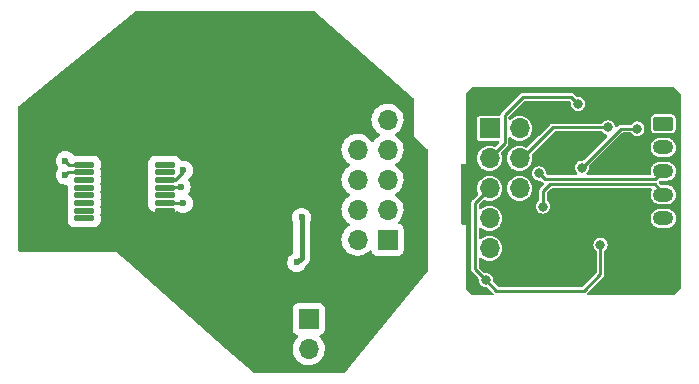
<source format=gbr>
%TF.GenerationSoftware,KiCad,Pcbnew,(6.0.7-1)-1*%
%TF.CreationDate,2022-11-03T17:35:00-04:00*%
%TF.ProjectId,encoder_driver,656e636f-6465-4725-9f64-72697665722e,rev?*%
%TF.SameCoordinates,Original*%
%TF.FileFunction,Copper,L2,Bot*%
%TF.FilePolarity,Positive*%
%FSLAX46Y46*%
G04 Gerber Fmt 4.6, Leading zero omitted, Abs format (unit mm)*
G04 Created by KiCad (PCBNEW (6.0.7-1)-1) date 2022-11-03 17:35:00*
%MOMM*%
%LPD*%
G01*
G04 APERTURE LIST*
G04 Aperture macros list*
%AMRoundRect*
0 Rectangle with rounded corners*
0 $1 Rounding radius*
0 $2 $3 $4 $5 $6 $7 $8 $9 X,Y pos of 4 corners*
0 Add a 4 corners polygon primitive as box body*
4,1,4,$2,$3,$4,$5,$6,$7,$8,$9,$2,$3,0*
0 Add four circle primitives for the rounded corners*
1,1,$1+$1,$2,$3*
1,1,$1+$1,$4,$5*
1,1,$1+$1,$6,$7*
1,1,$1+$1,$8,$9*
0 Add four rect primitives between the rounded corners*
20,1,$1+$1,$2,$3,$4,$5,0*
20,1,$1+$1,$4,$5,$6,$7,0*
20,1,$1+$1,$6,$7,$8,$9,0*
20,1,$1+$1,$8,$9,$2,$3,0*%
G04 Aperture macros list end*
%TA.AperFunction,ComponentPad*%
%ADD10RoundRect,0.250000X-0.625000X0.350000X-0.625000X-0.350000X0.625000X-0.350000X0.625000X0.350000X0*%
%TD*%
%TA.AperFunction,ComponentPad*%
%ADD11O,1.750000X1.200000*%
%TD*%
%TA.AperFunction,ComponentPad*%
%ADD12R,1.700000X1.700000*%
%TD*%
%TA.AperFunction,ComponentPad*%
%ADD13O,1.700000X1.700000*%
%TD*%
%TA.AperFunction,SMDPad,CuDef*%
%ADD14RoundRect,0.125000X0.762500X0.125000X-0.762500X0.125000X-0.762500X-0.125000X0.762500X-0.125000X0*%
%TD*%
%TA.AperFunction,ViaPad*%
%ADD15C,0.800000*%
%TD*%
%TA.AperFunction,ViaPad*%
%ADD16C,0.600000*%
%TD*%
%TA.AperFunction,Conductor*%
%ADD17C,0.250000*%
%TD*%
%TA.AperFunction,Conductor*%
%ADD18C,0.400000*%
%TD*%
G04 APERTURE END LIST*
D10*
%TO.P,J3,1,Pin_1*%
%TO.N,_+5*%
X147225000Y-70475000D03*
D11*
%TO.P,J3,2,Pin_2*%
%TO.N,TEMP*%
X147225000Y-72475000D03*
%TO.P,J3,3,Pin_3*%
%TO.N,ENC_C*%
X147225000Y-74475000D03*
%TO.P,J3,4,Pin_4*%
%TO.N,ENC_B*%
X147225000Y-76475000D03*
%TO.P,J3,5,Pin_5*%
%TO.N,ENC_A*%
X147225000Y-78475000D03*
%TO.P,J3,6,Pin_6*%
%TO.N,_GND*%
X147225000Y-80475000D03*
%TD*%
D12*
%TO.P,J1,1,Pin_1*%
%TO.N,Net-(J1-Pad1)*%
X123875000Y-80275000D03*
D13*
%TO.P,J1,2,Pin_2*%
%TO.N,Net-(J1-Pad2)*%
X121335000Y-80275000D03*
%TO.P,J1,3,Pin_3*%
%TO.N,Net-(J1-Pad3)*%
X123875000Y-77735000D03*
%TO.P,J1,4,Pin_4*%
%TO.N,Net-(J1-Pad4)*%
X121335000Y-77735000D03*
%TO.P,J1,5,Pin_5*%
%TO.N,Net-(J1-Pad5)*%
X123875000Y-75195000D03*
%TO.P,J1,6,Pin_6*%
%TO.N,Net-(J1-Pad6)*%
X121335000Y-75195000D03*
%TO.P,J1,7,Pin_7*%
%TO.N,Net-(J1-Pad7)*%
X123875000Y-72655000D03*
%TO.P,J1,8,Pin_8*%
%TO.N,Net-(J1-Pad8)*%
X121335000Y-72655000D03*
%TO.P,J1,9,Pin_9*%
%TO.N,VIN*%
X123875000Y-70115000D03*
%TO.P,J1,10,Pin_10*%
%TO.N,GND*%
X121335000Y-70115000D03*
%TD*%
%TO.P,J4,2,Pin_2*%
%TO.N,Net-(J1-Pad8)*%
X117200000Y-89540000D03*
D12*
%TO.P,J4,1,Pin_1*%
%TO.N,Net-(J1-Pad7)*%
X117200000Y-87000000D03*
%TD*%
%TO.P,J2,1,Pin_1*%
%TO.N,Net-(J2-Pad1)*%
X132510000Y-70860000D03*
D13*
%TO.P,J2,2,Pin_2*%
%TO.N,Net-(J2-Pad2)*%
X135050000Y-70860000D03*
%TO.P,J2,3,Pin_3*%
%TO.N,Net-(J2-Pad3)*%
X132510000Y-73400000D03*
%TO.P,J2,4,Pin_4*%
%TO.N,Net-(J2-Pad4)*%
X135050000Y-73400000D03*
%TO.P,J2,5,Pin_5*%
%TO.N,Net-(J2-Pad5)*%
X132510000Y-75940000D03*
%TO.P,J2,6,Pin_6*%
%TO.N,Net-(J2-Pad6)*%
X135050000Y-75940000D03*
%TO.P,J2,7,Pin_7*%
%TO.N,TEMP*%
X132510000Y-78480000D03*
%TO.P,J2,8,Pin_8*%
%TO.N,_GND*%
X135050000Y-78480000D03*
%TO.P,J2,9,Pin_9*%
%TO.N,_+5*%
X132510000Y-81020000D03*
%TO.P,J2,10,Pin_10*%
%TO.N,_GND*%
X135050000Y-81020000D03*
%TD*%
D14*
%TO.P,U1,1,MagINCn*%
%TO.N,unconnected-(U1-Pad1)*%
X105012500Y-73925000D03*
%TO.P,U1,2,MagDECn*%
%TO.N,unconnected-(U1-Pad2)*%
X105012500Y-74575000D03*
%TO.P,U1,3,A*%
%TO.N,Net-(U1-Pad3)*%
X105012500Y-75225000D03*
%TO.P,U1,4,B*%
%TO.N,Net-(U1-Pad4)*%
X105012500Y-75875000D03*
%TO.P,U1,5,NC*%
%TO.N,unconnected-(U1-Pad5)*%
X105012500Y-76525000D03*
%TO.P,U1,6,I*%
%TO.N,Net-(U1-Pad6)*%
X105012500Y-77175000D03*
%TO.P,U1,7,VSS*%
%TO.N,GND*%
X105012500Y-77825000D03*
%TO.P,U1,8,PDIO*%
X105012500Y-78475000D03*
%TO.P,U1,9,DO*%
%TO.N,unconnected-(U1-Pad9)*%
X98187500Y-78475000D03*
%TO.P,U1,10,CLK*%
%TO.N,unconnected-(U1-Pad10)*%
X98187500Y-77825000D03*
%TO.P,U1,11,CSn*%
%TO.N,unconnected-(U1-Pad11)*%
X98187500Y-77175000D03*
%TO.P,U1,12,PWM*%
%TO.N,unconnected-(U1-Pad12)*%
X98187500Y-76525000D03*
%TO.P,U1,13,NC*%
%TO.N,unconnected-(U1-Pad13)*%
X98187500Y-75875000D03*
%TO.P,U1,14,NC*%
%TO.N,unconnected-(U1-Pad14)*%
X98187500Y-75225000D03*
%TO.P,U1,15,VDD3V3*%
%TO.N,Net-(C6-Pad1)*%
X98187500Y-74575000D03*
%TO.P,U1,16,VDD5V*%
%TO.N,+5V*%
X98187500Y-73925000D03*
%TD*%
D15*
%TO.N,Net-(J2-Pad5)*%
X141900000Y-80700000D03*
X132200000Y-83700000D03*
D16*
%TO.N,+5V*%
X96600000Y-73600000D03*
D15*
%TO.N,GND*%
X114850000Y-61800000D03*
D16*
X95600000Y-77800000D03*
X106400000Y-81400000D03*
D15*
X105250000Y-62000000D03*
X116250000Y-63600000D03*
D16*
X116400000Y-71800000D03*
X111000000Y-75600000D03*
X95600000Y-70600000D03*
%TO.N,Net-(C6-Pad1)*%
X96600000Y-74800000D03*
D15*
%TO.N,Net-(J2-Pad3)*%
X140025000Y-68775000D03*
%TO.N,Net-(J2-Pad4)*%
X142525000Y-70775000D03*
%TO.N,ENC_C*%
X136725000Y-74675000D03*
%TO.N,ENC_B*%
X137025000Y-77475000D03*
%TO.N,_GND*%
X137225000Y-83875000D03*
D16*
%TO.N,Net-(R2-Pad1)*%
X116600000Y-78400000D03*
X116200000Y-82200000D03*
D15*
%TO.N,Net-(R6-Pad1)*%
X140325000Y-74175000D03*
X145025000Y-70875000D03*
D16*
%TO.N,Net-(U1-Pad3)*%
X106600000Y-74400000D03*
%TO.N,Net-(U1-Pad4)*%
X106400000Y-75800000D03*
%TO.N,Net-(U1-Pad6)*%
X106600000Y-77200000D03*
%TD*%
D17*
%TO.N,Net-(J2-Pad5)*%
X132200000Y-83700000D02*
X133100000Y-84600000D01*
X141900000Y-83200000D02*
X141900000Y-80700000D01*
X133100000Y-84600000D02*
X140500000Y-84600000D01*
X140500000Y-84600000D02*
X141900000Y-83200000D01*
X131300000Y-82800000D02*
X132200000Y-83700000D01*
X131300000Y-77150000D02*
X131300000Y-82800000D01*
X132510000Y-75940000D02*
X131300000Y-77150000D01*
%TO.N,Net-(J2-Pad3)*%
X132510000Y-73400000D02*
X133784278Y-72125722D01*
X133784278Y-72125722D02*
X133784278Y-69715722D01*
X133784278Y-69715722D02*
X135325000Y-68175000D01*
%TO.N,ENC_B*%
X137610000Y-75590000D02*
X146525000Y-75590000D01*
X146525000Y-75590000D02*
X147225000Y-76290000D01*
X147225000Y-76290000D02*
X147225000Y-76475000D01*
%TO.N,ENC_C*%
X137190000Y-75140000D02*
X146560000Y-75140000D01*
X146560000Y-75140000D02*
X147225000Y-74475000D01*
%TO.N,+5V*%
X98187500Y-73925000D02*
X96925000Y-73925000D01*
X96925000Y-73925000D02*
X96600000Y-73600000D01*
%TO.N,Net-(C6-Pad1)*%
X98187500Y-74575000D02*
X96825000Y-74575000D01*
X96825000Y-74575000D02*
X96600000Y-74800000D01*
%TO.N,Net-(J2-Pad3)*%
X135325000Y-68175000D02*
X139425000Y-68175000D01*
X140025000Y-68775000D02*
X139425000Y-68175000D01*
%TO.N,Net-(J2-Pad4)*%
X135275000Y-73375000D02*
X137875000Y-70775000D01*
X137875000Y-70775000D02*
X142525000Y-70775000D01*
%TO.N,ENC_C*%
X137190000Y-75140000D02*
X136725000Y-74675000D01*
%TO.N,ENC_B*%
X137025000Y-77475000D02*
X137025000Y-76175000D01*
X137025000Y-76175000D02*
X137610000Y-75590000D01*
D18*
%TO.N,Net-(R2-Pad1)*%
X116600000Y-81800000D02*
X116200000Y-82200000D01*
X116600000Y-78400000D02*
X116600000Y-81800000D01*
D17*
%TO.N,Net-(R6-Pad1)*%
X145025000Y-70875000D02*
X143625000Y-70875000D01*
X143625000Y-70875000D02*
X140325000Y-74175000D01*
%TO.N,Net-(U1-Pad3)*%
X106600000Y-74400000D02*
X106600000Y-74511396D01*
X106600000Y-74511396D02*
X105886396Y-75225000D01*
X105886396Y-75225000D02*
X105012500Y-75225000D01*
%TO.N,Net-(U1-Pad4)*%
X106400000Y-75800000D02*
X105087500Y-75800000D01*
X105087500Y-75800000D02*
X105012500Y-75875000D01*
%TO.N,Net-(U1-Pad6)*%
X105037500Y-77200000D02*
X105012500Y-77175000D01*
X106600000Y-77200000D02*
X105037500Y-77200000D01*
%TD*%
%TA.AperFunction,Conductor*%
%TO.N,_GND*%
G36*
X148185349Y-67409915D02*
G01*
X148206323Y-67426818D01*
X148678922Y-67899417D01*
X148712948Y-67961729D01*
X148715827Y-67988512D01*
X148715827Y-84403009D01*
X148695825Y-84471130D01*
X148678922Y-84492104D01*
X148206323Y-84964703D01*
X148144011Y-84998729D01*
X148117228Y-85001608D01*
X140862908Y-85001608D01*
X140794787Y-84981606D01*
X140748294Y-84927950D01*
X140738190Y-84857676D01*
X140767684Y-84793096D01*
X140773813Y-84786513D01*
X142116215Y-83444111D01*
X142124319Y-83436684D01*
X142144749Y-83419541D01*
X142153194Y-83412455D01*
X142165807Y-83390608D01*
X142172039Y-83379815D01*
X142177945Y-83370544D01*
X142193230Y-83348715D01*
X142199554Y-83339684D01*
X142202408Y-83329034D01*
X142203885Y-83325866D01*
X142205077Y-83322590D01*
X142210588Y-83313045D01*
X142216538Y-83279301D01*
X142217130Y-83275942D01*
X142219509Y-83265210D01*
X142226410Y-83239456D01*
X142229264Y-83228807D01*
X142225980Y-83191272D01*
X142225500Y-83180290D01*
X142225500Y-81269286D01*
X142245502Y-81201165D01*
X142274796Y-81169323D01*
X142321736Y-81133305D01*
X142328282Y-81128282D01*
X142424536Y-81002841D01*
X142485044Y-80856762D01*
X142505682Y-80700000D01*
X142485044Y-80543238D01*
X142424536Y-80397159D01*
X142328282Y-80271718D01*
X142202841Y-80175464D01*
X142056762Y-80114956D01*
X141900000Y-80094318D01*
X141743238Y-80114956D01*
X141597159Y-80175464D01*
X141471718Y-80271718D01*
X141375464Y-80397159D01*
X141314956Y-80543238D01*
X141294318Y-80700000D01*
X141314956Y-80856762D01*
X141375464Y-81002841D01*
X141471718Y-81128282D01*
X141478264Y-81133305D01*
X141525204Y-81169323D01*
X141567071Y-81226661D01*
X141574500Y-81269286D01*
X141574500Y-83012984D01*
X141554498Y-83081105D01*
X141537595Y-83102079D01*
X140402079Y-84237595D01*
X140339767Y-84271621D01*
X140312984Y-84274500D01*
X133287018Y-84274500D01*
X133218897Y-84254498D01*
X133197923Y-84237596D01*
X132832709Y-83872383D01*
X132798684Y-83810070D01*
X132796882Y-83766840D01*
X132804604Y-83708187D01*
X132805682Y-83700000D01*
X132785044Y-83543238D01*
X132724536Y-83397159D01*
X132628282Y-83271718D01*
X132502841Y-83175464D01*
X132356762Y-83114956D01*
X132200000Y-83094318D01*
X132133159Y-83103118D01*
X132063012Y-83092179D01*
X132027619Y-83067292D01*
X131662405Y-82702079D01*
X131628380Y-82639766D01*
X131625500Y-82612983D01*
X131625500Y-81919425D01*
X131645502Y-81851304D01*
X131699158Y-81804811D01*
X131769432Y-81794707D01*
X131833163Y-81823471D01*
X131907564Y-81886791D01*
X131912942Y-81889797D01*
X131912944Y-81889798D01*
X131997481Y-81937044D01*
X132087398Y-81987297D01*
X132182238Y-82018113D01*
X132277471Y-82049056D01*
X132277475Y-82049057D01*
X132283329Y-82050959D01*
X132487894Y-82075351D01*
X132494029Y-82074879D01*
X132494031Y-82074879D01*
X132550039Y-82070569D01*
X132693300Y-82059546D01*
X132699230Y-82057890D01*
X132699232Y-82057890D01*
X132885797Y-82005800D01*
X132885796Y-82005800D01*
X132891725Y-82004145D01*
X132897214Y-82001372D01*
X132897220Y-82001370D01*
X133070116Y-81914033D01*
X133075610Y-81911258D01*
X133237951Y-81784424D01*
X133372564Y-81628472D01*
X133474323Y-81449344D01*
X133539351Y-81253863D01*
X133565171Y-81049474D01*
X133565583Y-81020000D01*
X133545480Y-80814970D01*
X133485935Y-80617749D01*
X133389218Y-80435849D01*
X133315859Y-80345902D01*
X133262906Y-80280975D01*
X133262903Y-80280972D01*
X133259011Y-80276200D01*
X133254262Y-80272271D01*
X133105025Y-80148811D01*
X133105021Y-80148809D01*
X133100275Y-80144882D01*
X132919055Y-80046897D01*
X132722254Y-79985977D01*
X132716129Y-79985333D01*
X132716128Y-79985333D01*
X132523498Y-79965087D01*
X132523496Y-79965087D01*
X132517369Y-79964443D01*
X132430529Y-79972346D01*
X132318342Y-79982555D01*
X132318339Y-79982556D01*
X132312203Y-79983114D01*
X132114572Y-80041280D01*
X131932002Y-80136726D01*
X131927201Y-80140586D01*
X131927198Y-80140588D01*
X131830452Y-80218374D01*
X131764829Y-80245470D01*
X131694975Y-80232787D01*
X131643067Y-80184350D01*
X131625500Y-80120177D01*
X131625500Y-79379425D01*
X131645502Y-79311304D01*
X131699158Y-79264811D01*
X131769432Y-79254707D01*
X131833163Y-79283471D01*
X131907564Y-79346791D01*
X131912942Y-79349797D01*
X131912944Y-79349798D01*
X131997481Y-79397044D01*
X132087398Y-79447297D01*
X132182238Y-79478113D01*
X132277471Y-79509056D01*
X132277475Y-79509057D01*
X132283329Y-79510959D01*
X132487894Y-79535351D01*
X132494029Y-79534879D01*
X132494031Y-79534879D01*
X132550039Y-79530569D01*
X132693300Y-79519546D01*
X132699230Y-79517890D01*
X132699232Y-79517890D01*
X132885797Y-79465800D01*
X132885796Y-79465800D01*
X132891725Y-79464145D01*
X132897214Y-79461372D01*
X132897220Y-79461370D01*
X133070116Y-79374033D01*
X133075610Y-79371258D01*
X133237951Y-79244424D01*
X133282568Y-79192735D01*
X133368540Y-79093134D01*
X133368540Y-79093133D01*
X133372564Y-79088472D01*
X133474323Y-78909344D01*
X133539351Y-78713863D01*
X133565171Y-78509474D01*
X133565583Y-78480000D01*
X133564541Y-78469376D01*
X146144455Y-78469376D01*
X146145191Y-78476379D01*
X146145191Y-78476380D01*
X146149038Y-78512978D01*
X146163227Y-78647983D01*
X146165498Y-78654654D01*
X146187647Y-78719715D01*
X146221103Y-78817993D01*
X146315206Y-78970955D01*
X146320132Y-78975986D01*
X146320135Y-78975989D01*
X146358656Y-79015325D01*
X146440859Y-79099268D01*
X146446784Y-79103087D01*
X146446786Y-79103088D01*
X146585891Y-79192735D01*
X146591817Y-79196554D01*
X146598437Y-79198963D01*
X146598440Y-79198965D01*
X146753961Y-79255570D01*
X146753964Y-79255571D01*
X146760578Y-79257978D01*
X146787121Y-79261331D01*
X146895355Y-79275004D01*
X146895358Y-79275004D01*
X146899283Y-79275500D01*
X147545155Y-79275500D01*
X147678472Y-79260546D01*
X147685847Y-79257978D01*
X147814231Y-79213270D01*
X147848073Y-79201485D01*
X147855965Y-79196554D01*
X147994401Y-79110049D01*
X148000375Y-79106316D01*
X148064365Y-79042771D01*
X148122810Y-78984733D01*
X148122813Y-78984729D01*
X148127807Y-78979770D01*
X148224037Y-78828136D01*
X148266907Y-78707744D01*
X148281919Y-78665586D01*
X148281920Y-78665581D01*
X148284281Y-78658951D01*
X148285114Y-78651965D01*
X148285115Y-78651961D01*
X148304711Y-78487617D01*
X148305545Y-78480624D01*
X148286773Y-78302017D01*
X148279653Y-78281103D01*
X148231168Y-78138677D01*
X148231167Y-78138674D01*
X148228897Y-78132007D01*
X148134794Y-77979045D01*
X148129868Y-77974014D01*
X148129865Y-77974011D01*
X148053323Y-77895849D01*
X148009141Y-77850732D01*
X147992413Y-77839951D01*
X147864109Y-77757265D01*
X147858183Y-77753446D01*
X147851563Y-77751037D01*
X147851560Y-77751035D01*
X147696039Y-77694430D01*
X147696036Y-77694429D01*
X147689422Y-77692022D01*
X147632692Y-77684856D01*
X147554645Y-77674996D01*
X147554642Y-77674996D01*
X147550717Y-77674500D01*
X146904845Y-77674500D01*
X146771528Y-77689454D01*
X146764875Y-77691771D01*
X146764874Y-77691771D01*
X146725536Y-77705470D01*
X146601927Y-77748515D01*
X146595953Y-77752248D01*
X146595951Y-77752249D01*
X146544512Y-77784392D01*
X146449625Y-77843684D01*
X146401904Y-77891073D01*
X146327190Y-77965267D01*
X146327187Y-77965271D01*
X146322193Y-77970230D01*
X146225963Y-78121864D01*
X146223598Y-78128506D01*
X146168081Y-78284414D01*
X146168080Y-78284419D01*
X146165719Y-78291049D01*
X146164886Y-78298035D01*
X146164885Y-78298039D01*
X146149648Y-78425823D01*
X146144455Y-78469376D01*
X133564541Y-78469376D01*
X133545480Y-78274970D01*
X133485935Y-78077749D01*
X133389218Y-77895849D01*
X133286750Y-77770211D01*
X133262906Y-77740975D01*
X133262903Y-77740972D01*
X133259011Y-77736200D01*
X133201556Y-77688669D01*
X133105025Y-77608811D01*
X133105021Y-77608809D01*
X133100275Y-77604882D01*
X132919055Y-77506897D01*
X132722254Y-77445977D01*
X132716129Y-77445333D01*
X132716128Y-77445333D01*
X132523498Y-77425087D01*
X132523496Y-77425087D01*
X132517369Y-77424443D01*
X132430529Y-77432346D01*
X132318342Y-77442555D01*
X132318339Y-77442556D01*
X132312203Y-77443114D01*
X132114572Y-77501280D01*
X131932002Y-77596726D01*
X131927201Y-77600586D01*
X131927198Y-77600588D01*
X131830452Y-77678374D01*
X131764829Y-77705470D01*
X131694975Y-77692787D01*
X131643067Y-77644350D01*
X131625500Y-77580177D01*
X131625500Y-77337017D01*
X131645502Y-77268896D01*
X131662405Y-77247921D01*
X131969123Y-76941204D01*
X132031435Y-76907179D01*
X132097154Y-76910467D01*
X132277471Y-76969056D01*
X132277475Y-76969057D01*
X132283329Y-76970959D01*
X132487894Y-76995351D01*
X132494029Y-76994879D01*
X132494031Y-76994879D01*
X132550039Y-76990569D01*
X132693300Y-76979546D01*
X132699230Y-76977890D01*
X132699232Y-76977890D01*
X132843731Y-76937545D01*
X132891725Y-76924145D01*
X132897214Y-76921372D01*
X132897220Y-76921370D01*
X133029952Y-76854322D01*
X133075610Y-76831258D01*
X133088108Y-76821494D01*
X133233101Y-76708213D01*
X133237951Y-76704424D01*
X133283236Y-76651961D01*
X133368540Y-76553134D01*
X133368540Y-76553133D01*
X133372564Y-76548472D01*
X133393387Y-76511818D01*
X133471276Y-76374707D01*
X133474323Y-76369344D01*
X133539351Y-76173863D01*
X133565171Y-75969474D01*
X133565583Y-75940000D01*
X133564138Y-75925262D01*
X133994520Y-75925262D01*
X133995036Y-75931406D01*
X134005999Y-76061955D01*
X134011759Y-76130553D01*
X134013458Y-76136478D01*
X134063165Y-76309826D01*
X134068544Y-76328586D01*
X134071359Y-76334063D01*
X134071360Y-76334066D01*
X134146927Y-76481104D01*
X134162712Y-76511818D01*
X134290677Y-76673270D01*
X134447564Y-76806791D01*
X134452942Y-76809797D01*
X134452944Y-76809798D01*
X134473872Y-76821494D01*
X134627398Y-76907297D01*
X134698683Y-76930459D01*
X134817471Y-76969056D01*
X134817475Y-76969057D01*
X134823329Y-76970959D01*
X135027894Y-76995351D01*
X135034029Y-76994879D01*
X135034031Y-76994879D01*
X135090039Y-76990569D01*
X135233300Y-76979546D01*
X135239230Y-76977890D01*
X135239232Y-76977890D01*
X135383731Y-76937545D01*
X135431725Y-76924145D01*
X135437214Y-76921372D01*
X135437220Y-76921370D01*
X135569952Y-76854322D01*
X135615610Y-76831258D01*
X135628108Y-76821494D01*
X135773101Y-76708213D01*
X135777951Y-76704424D01*
X135823236Y-76651961D01*
X135908540Y-76553134D01*
X135908540Y-76553133D01*
X135912564Y-76548472D01*
X135933387Y-76511818D01*
X136011276Y-76374707D01*
X136014323Y-76369344D01*
X136079351Y-76173863D01*
X136105171Y-75969474D01*
X136105583Y-75940000D01*
X136085480Y-75734970D01*
X136025935Y-75537749D01*
X135929218Y-75355849D01*
X135851960Y-75261122D01*
X135802906Y-75200975D01*
X135802903Y-75200972D01*
X135799011Y-75196200D01*
X135781786Y-75181950D01*
X135645025Y-75068811D01*
X135645021Y-75068809D01*
X135640275Y-75064882D01*
X135459055Y-74966897D01*
X135262254Y-74905977D01*
X135256129Y-74905333D01*
X135256128Y-74905333D01*
X135063498Y-74885087D01*
X135063496Y-74885087D01*
X135057369Y-74884443D01*
X134970529Y-74892346D01*
X134858342Y-74902555D01*
X134858339Y-74902556D01*
X134852203Y-74903114D01*
X134654572Y-74961280D01*
X134649107Y-74964137D01*
X134622894Y-74977841D01*
X134472002Y-75056726D01*
X134467201Y-75060586D01*
X134467198Y-75060588D01*
X134410324Y-75106316D01*
X134311447Y-75185815D01*
X134179024Y-75343630D01*
X134176056Y-75349028D01*
X134176053Y-75349033D01*
X134082743Y-75518765D01*
X134079776Y-75524162D01*
X134017484Y-75720532D01*
X134016798Y-75726649D01*
X134016797Y-75726653D01*
X134003308Y-75846912D01*
X133994520Y-75925262D01*
X133564138Y-75925262D01*
X133545480Y-75734970D01*
X133485935Y-75537749D01*
X133389218Y-75355849D01*
X133311960Y-75261122D01*
X133262906Y-75200975D01*
X133262903Y-75200972D01*
X133259011Y-75196200D01*
X133241786Y-75181950D01*
X133105025Y-75068811D01*
X133105021Y-75068809D01*
X133100275Y-75064882D01*
X132919055Y-74966897D01*
X132722254Y-74905977D01*
X132716129Y-74905333D01*
X132716128Y-74905333D01*
X132523498Y-74885087D01*
X132523496Y-74885087D01*
X132517369Y-74884443D01*
X132430529Y-74892346D01*
X132318342Y-74902555D01*
X132318339Y-74902556D01*
X132312203Y-74903114D01*
X132114572Y-74961280D01*
X132109107Y-74964137D01*
X132082894Y-74977841D01*
X131932002Y-75056726D01*
X131927201Y-75060586D01*
X131927198Y-75060588D01*
X131870324Y-75106316D01*
X131771447Y-75185815D01*
X131639024Y-75343630D01*
X131636056Y-75349028D01*
X131636053Y-75349033D01*
X131542743Y-75518765D01*
X131539776Y-75524162D01*
X131477484Y-75720532D01*
X131476798Y-75726649D01*
X131476797Y-75726653D01*
X131463308Y-75846912D01*
X131454520Y-75925262D01*
X131455036Y-75931406D01*
X131465999Y-76061955D01*
X131471759Y-76130553D01*
X131473458Y-76136478D01*
X131523165Y-76309826D01*
X131528544Y-76328586D01*
X131531361Y-76334067D01*
X131531537Y-76334410D01*
X131531575Y-76334608D01*
X131533630Y-76339799D01*
X131532644Y-76340190D01*
X131544888Y-76404140D01*
X131518420Y-76470019D01*
X131508569Y-76481104D01*
X131083779Y-76905895D01*
X131075675Y-76913321D01*
X131046806Y-76937545D01*
X131041293Y-76947094D01*
X131027961Y-76970185D01*
X131022055Y-76979456D01*
X131000446Y-77010316D01*
X130997592Y-77020966D01*
X130996115Y-77024134D01*
X130994923Y-77027410D01*
X130989412Y-77036955D01*
X130983462Y-77070699D01*
X130982870Y-77074058D01*
X130980492Y-77084785D01*
X130970736Y-77121193D01*
X130971697Y-77132178D01*
X130971697Y-77132180D01*
X130974020Y-77158728D01*
X130974500Y-77169710D01*
X130974500Y-82780290D01*
X130974020Y-82791272D01*
X130970736Y-82828807D01*
X130973590Y-82839456D01*
X130980491Y-82865210D01*
X130982870Y-82875942D01*
X130989412Y-82913045D01*
X130994923Y-82922590D01*
X130996115Y-82925866D01*
X130997592Y-82929034D01*
X131000446Y-82939684D01*
X131006770Y-82948715D01*
X131022055Y-82970544D01*
X131027961Y-82979815D01*
X131041293Y-83002906D01*
X131046806Y-83012455D01*
X131055251Y-83019541D01*
X131075675Y-83036679D01*
X131083780Y-83044106D01*
X131567292Y-83527619D01*
X131601317Y-83589931D01*
X131603118Y-83633158D01*
X131594318Y-83700000D01*
X131614956Y-83856762D01*
X131675464Y-84002841D01*
X131771718Y-84128282D01*
X131897159Y-84224536D01*
X132043238Y-84285044D01*
X132200000Y-84305682D01*
X132266842Y-84296882D01*
X132336989Y-84307821D01*
X132372383Y-84332709D01*
X132826186Y-84786513D01*
X132860211Y-84848825D01*
X132855146Y-84919641D01*
X132812599Y-84976476D01*
X132746079Y-85001287D01*
X132737090Y-85001608D01*
X131095014Y-85001608D01*
X131026893Y-84981606D01*
X131005919Y-84964703D01*
X130533320Y-84492104D01*
X130499294Y-84429792D01*
X130496415Y-84403009D01*
X130496415Y-79009105D01*
X130496497Y-79008907D01*
X130496180Y-79008142D01*
X130495613Y-79007907D01*
X130495415Y-79007825D01*
X130495217Y-79007907D01*
X130226000Y-79007907D01*
X130157879Y-78987905D01*
X130111386Y-78934249D01*
X130100000Y-78881907D01*
X130100000Y-73970645D01*
X130120002Y-73902524D01*
X130173658Y-73856031D01*
X130226000Y-73844645D01*
X130495217Y-73844645D01*
X130495415Y-73844727D01*
X130496180Y-73844410D01*
X130496415Y-73843843D01*
X130496497Y-73843645D01*
X130496415Y-73843447D01*
X130496415Y-73385262D01*
X131454520Y-73385262D01*
X131455036Y-73391406D01*
X131470564Y-73576317D01*
X131471759Y-73590553D01*
X131473458Y-73596478D01*
X131518416Y-73753264D01*
X131528544Y-73788586D01*
X131531359Y-73794063D01*
X131531360Y-73794066D01*
X131587100Y-73902524D01*
X131622712Y-73971818D01*
X131750677Y-74133270D01*
X131755370Y-74137264D01*
X131755371Y-74137265D01*
X131809331Y-74183188D01*
X131907564Y-74266791D01*
X131912942Y-74269797D01*
X131912944Y-74269798D01*
X131970593Y-74302017D01*
X132087398Y-74367297D01*
X132182238Y-74398113D01*
X132277471Y-74429056D01*
X132277475Y-74429057D01*
X132283329Y-74430959D01*
X132487894Y-74455351D01*
X132494029Y-74454879D01*
X132494031Y-74454879D01*
X132550039Y-74450569D01*
X132693300Y-74439546D01*
X132699230Y-74437890D01*
X132699232Y-74437890D01*
X132885797Y-74385800D01*
X132885796Y-74385800D01*
X132891725Y-74384145D01*
X132897214Y-74381372D01*
X132897220Y-74381370D01*
X133070116Y-74294033D01*
X133075610Y-74291258D01*
X133237951Y-74164424D01*
X133252729Y-74147304D01*
X133368540Y-74013134D01*
X133368540Y-74013133D01*
X133372564Y-74008472D01*
X133385873Y-73985045D01*
X133445666Y-73879789D01*
X133474323Y-73829344D01*
X133539351Y-73633863D01*
X133565171Y-73429474D01*
X133565583Y-73400000D01*
X133564138Y-73385262D01*
X133994520Y-73385262D01*
X133995036Y-73391406D01*
X134010564Y-73576317D01*
X134011759Y-73590553D01*
X134013458Y-73596478D01*
X134058416Y-73753264D01*
X134068544Y-73788586D01*
X134071359Y-73794063D01*
X134071360Y-73794066D01*
X134127100Y-73902524D01*
X134162712Y-73971818D01*
X134290677Y-74133270D01*
X134295370Y-74137264D01*
X134295371Y-74137265D01*
X134349331Y-74183188D01*
X134447564Y-74266791D01*
X134452942Y-74269797D01*
X134452944Y-74269798D01*
X134510593Y-74302017D01*
X134627398Y-74367297D01*
X134722238Y-74398113D01*
X134817471Y-74429056D01*
X134817475Y-74429057D01*
X134823329Y-74430959D01*
X135027894Y-74455351D01*
X135034029Y-74454879D01*
X135034031Y-74454879D01*
X135090039Y-74450569D01*
X135233300Y-74439546D01*
X135239230Y-74437890D01*
X135239232Y-74437890D01*
X135425797Y-74385800D01*
X135425796Y-74385800D01*
X135431725Y-74384145D01*
X135437214Y-74381372D01*
X135437220Y-74381370D01*
X135610116Y-74294033D01*
X135615610Y-74291258D01*
X135777951Y-74164424D01*
X135792729Y-74147304D01*
X135908540Y-74013134D01*
X135908540Y-74013133D01*
X135912564Y-74008472D01*
X135925873Y-73985045D01*
X135985666Y-73879789D01*
X136014323Y-73829344D01*
X136079351Y-73633863D01*
X136105171Y-73429474D01*
X136105583Y-73400000D01*
X136085480Y-73194970D01*
X136067823Y-73136487D01*
X136067283Y-73065494D01*
X136099351Y-73010976D01*
X137972922Y-71137405D01*
X138035234Y-71103379D01*
X138062017Y-71100500D01*
X141955714Y-71100500D01*
X142023835Y-71120502D01*
X142055677Y-71149796D01*
X142066069Y-71163339D01*
X142077197Y-71177841D01*
X142096718Y-71203282D01*
X142222159Y-71299536D01*
X142368238Y-71360044D01*
X142376424Y-71361122D01*
X142376425Y-71361122D01*
X142390090Y-71362921D01*
X142455017Y-71391645D01*
X142494107Y-71450911D01*
X142494950Y-71521903D01*
X142462736Y-71576938D01*
X140497383Y-73542291D01*
X140435071Y-73576317D01*
X140391843Y-73578118D01*
X140325000Y-73569318D01*
X140168238Y-73589956D01*
X140022159Y-73650464D01*
X139896718Y-73746718D01*
X139800464Y-73872159D01*
X139739956Y-74018238D01*
X139719318Y-74175000D01*
X139739956Y-74331762D01*
X139800464Y-74477841D01*
X139895896Y-74602210D01*
X139895896Y-74602211D01*
X139896718Y-74603282D01*
X139896551Y-74603410D01*
X139928390Y-74661717D01*
X139923325Y-74732532D01*
X139880778Y-74789368D01*
X139814258Y-74814179D01*
X139805269Y-74814500D01*
X137455604Y-74814500D01*
X137387483Y-74794498D01*
X137340990Y-74740842D01*
X137329604Y-74688500D01*
X137329604Y-74683188D01*
X137330682Y-74675000D01*
X137310044Y-74518238D01*
X137249536Y-74372159D01*
X137153282Y-74246718D01*
X137027841Y-74150464D01*
X136881762Y-74089956D01*
X136725000Y-74069318D01*
X136568238Y-74089956D01*
X136422159Y-74150464D01*
X136296718Y-74246718D01*
X136200464Y-74372159D01*
X136139956Y-74518238D01*
X136119318Y-74675000D01*
X136120396Y-74683188D01*
X136134353Y-74789199D01*
X136139956Y-74831762D01*
X136200464Y-74977841D01*
X136296718Y-75103282D01*
X136422159Y-75199536D01*
X136568238Y-75260044D01*
X136725000Y-75280682D01*
X136791841Y-75271882D01*
X136861989Y-75282821D01*
X136897382Y-75307709D01*
X136945895Y-75356222D01*
X136953321Y-75364325D01*
X136977545Y-75393194D01*
X136987088Y-75398704D01*
X136987092Y-75398707D01*
X137010179Y-75412036D01*
X137019449Y-75417941D01*
X137041288Y-75433233D01*
X137041290Y-75433234D01*
X137050316Y-75439554D01*
X137059658Y-75442057D01*
X137112318Y-75488426D01*
X137131778Y-75556703D01*
X137111235Y-75624663D01*
X137094877Y-75644797D01*
X136808785Y-75930889D01*
X136800681Y-75938316D01*
X136771806Y-75962545D01*
X136766293Y-75972094D01*
X136752961Y-75995185D01*
X136747055Y-76004456D01*
X136725446Y-76035316D01*
X136722592Y-76045966D01*
X136721115Y-76049134D01*
X136719923Y-76052410D01*
X136714412Y-76061955D01*
X136708462Y-76095699D01*
X136707870Y-76099058D01*
X136705492Y-76109785D01*
X136695736Y-76146193D01*
X136696697Y-76157178D01*
X136696697Y-76157180D01*
X136699020Y-76183728D01*
X136699500Y-76194710D01*
X136699500Y-76905714D01*
X136679498Y-76973835D01*
X136650204Y-77005677D01*
X136596718Y-77046718D01*
X136500464Y-77172159D01*
X136439956Y-77318238D01*
X136419318Y-77475000D01*
X136439956Y-77631762D01*
X136500464Y-77777841D01*
X136505491Y-77784392D01*
X136581639Y-77883630D01*
X136596718Y-77903282D01*
X136722159Y-77999536D01*
X136868238Y-78060044D01*
X137025000Y-78080682D01*
X137033188Y-78079604D01*
X137173574Y-78061122D01*
X137181762Y-78060044D01*
X137327841Y-77999536D01*
X137453282Y-77903282D01*
X137468362Y-77883630D01*
X137544509Y-77784392D01*
X137549536Y-77777841D01*
X137610044Y-77631762D01*
X137630682Y-77475000D01*
X137610044Y-77318238D01*
X137549536Y-77172159D01*
X137453282Y-77046718D01*
X137399796Y-77005677D01*
X137357929Y-76948339D01*
X137350500Y-76905714D01*
X137350500Y-76362016D01*
X137370502Y-76293895D01*
X137387405Y-76272921D01*
X137707921Y-75952405D01*
X137770233Y-75918379D01*
X137797016Y-75915500D01*
X146127733Y-75915500D01*
X146195854Y-75935502D01*
X146242347Y-75989158D01*
X146252451Y-76059432D01*
X146234119Y-76109012D01*
X146225963Y-76121864D01*
X146223598Y-76128506D01*
X146168081Y-76284414D01*
X146168080Y-76284419D01*
X146165719Y-76291049D01*
X146164886Y-76298035D01*
X146164885Y-76298039D01*
X146160525Y-76334608D01*
X146144455Y-76469376D01*
X146145191Y-76476379D01*
X146145191Y-76476380D01*
X146145688Y-76481104D01*
X146163227Y-76647983D01*
X146165498Y-76654654D01*
X146217290Y-76806791D01*
X146221103Y-76817993D01*
X146224793Y-76823991D01*
X146224794Y-76823993D01*
X146230971Y-76834033D01*
X146315206Y-76970955D01*
X146320132Y-76975986D01*
X146320135Y-76975989D01*
X146367507Y-77024363D01*
X146440859Y-77099268D01*
X146446784Y-77103087D01*
X146446786Y-77103088D01*
X146541635Y-77164214D01*
X146591817Y-77196554D01*
X146598437Y-77198963D01*
X146598440Y-77198965D01*
X146753961Y-77255570D01*
X146753964Y-77255571D01*
X146760578Y-77257978D01*
X146787121Y-77261331D01*
X146895355Y-77275004D01*
X146895358Y-77275004D01*
X146899283Y-77275500D01*
X147545155Y-77275500D01*
X147678472Y-77260546D01*
X147685847Y-77257978D01*
X147753451Y-77234436D01*
X147848073Y-77201485D01*
X147855965Y-77196554D01*
X147994401Y-77110049D01*
X148000375Y-77106316D01*
X148082902Y-77024363D01*
X148122810Y-76984733D01*
X148122813Y-76984729D01*
X148127807Y-76979770D01*
X148134607Y-76969056D01*
X148172220Y-76909786D01*
X148224037Y-76828136D01*
X148268089Y-76704424D01*
X148281919Y-76665586D01*
X148281920Y-76665581D01*
X148284281Y-76658951D01*
X148285114Y-76651965D01*
X148285115Y-76651961D01*
X148304711Y-76487617D01*
X148305545Y-76480624D01*
X148304809Y-76473620D01*
X148287510Y-76309025D01*
X148287509Y-76309021D01*
X148286773Y-76302017D01*
X148237467Y-76157180D01*
X148231168Y-76138677D01*
X148231167Y-76138674D01*
X148228897Y-76132007D01*
X148184249Y-76059432D01*
X148144723Y-75995185D01*
X148134794Y-75979045D01*
X148129868Y-75974014D01*
X148129865Y-75974011D01*
X148069024Y-75911883D01*
X148009141Y-75850732D01*
X147858183Y-75753446D01*
X147851563Y-75751037D01*
X147851560Y-75751035D01*
X147696039Y-75694430D01*
X147696036Y-75694429D01*
X147689422Y-75692022D01*
X147632692Y-75684856D01*
X147554645Y-75674996D01*
X147554642Y-75674996D01*
X147550717Y-75674500D01*
X147122016Y-75674500D01*
X147053895Y-75654498D01*
X147032921Y-75637595D01*
X146885921Y-75490595D01*
X146851895Y-75428283D01*
X146856960Y-75357468D01*
X146899507Y-75300632D01*
X146966027Y-75275821D01*
X146975016Y-75275500D01*
X147545155Y-75275500D01*
X147678472Y-75260546D01*
X147848073Y-75201485D01*
X147862819Y-75192271D01*
X147994401Y-75110049D01*
X148000375Y-75106316D01*
X148064365Y-75042771D01*
X148122810Y-74984733D01*
X148122813Y-74984729D01*
X148127807Y-74979770D01*
X148133874Y-74970211D01*
X148173481Y-74907799D01*
X148224037Y-74828136D01*
X148240935Y-74780682D01*
X148281919Y-74665586D01*
X148281920Y-74665581D01*
X148284281Y-74658951D01*
X148285114Y-74651965D01*
X148285115Y-74651961D01*
X148301060Y-74518238D01*
X148305545Y-74480624D01*
X148294145Y-74372159D01*
X148287510Y-74309025D01*
X148287509Y-74309021D01*
X148286773Y-74302017D01*
X148266238Y-74241695D01*
X148231168Y-74138677D01*
X148231167Y-74138674D01*
X148228897Y-74132007D01*
X148134794Y-73979045D01*
X148129868Y-73974014D01*
X148129865Y-73974011D01*
X148059859Y-73902524D01*
X148009141Y-73850732D01*
X147999824Y-73844727D01*
X147864109Y-73757265D01*
X147858183Y-73753446D01*
X147851563Y-73751037D01*
X147851560Y-73751035D01*
X147696039Y-73694430D01*
X147696036Y-73694429D01*
X147689422Y-73692022D01*
X147632692Y-73684856D01*
X147554645Y-73674996D01*
X147554642Y-73674996D01*
X147550717Y-73674500D01*
X146904845Y-73674500D01*
X146771528Y-73689454D01*
X146764875Y-73691771D01*
X146764874Y-73691771D01*
X146696549Y-73715564D01*
X146601927Y-73748515D01*
X146595953Y-73752248D01*
X146595951Y-73752249D01*
X146481529Y-73823748D01*
X146449625Y-73843684D01*
X146390373Y-73902524D01*
X146327190Y-73965267D01*
X146327187Y-73965271D01*
X146322193Y-73970230D01*
X146318419Y-73976176D01*
X146318418Y-73976178D01*
X146301324Y-74003114D01*
X146225963Y-74121864D01*
X146223598Y-74128506D01*
X146168081Y-74284414D01*
X146168080Y-74284419D01*
X146165719Y-74291049D01*
X146164886Y-74298035D01*
X146164885Y-74298039D01*
X146156828Y-74365608D01*
X146144455Y-74469376D01*
X146145191Y-74476379D01*
X146145191Y-74476380D01*
X146150451Y-74526426D01*
X146163227Y-74647983D01*
X146165496Y-74654649D01*
X146166990Y-74661442D01*
X146162084Y-74732269D01*
X146119664Y-74789199D01*
X146053200Y-74814159D01*
X146043930Y-74814500D01*
X140844731Y-74814500D01*
X140776610Y-74794498D01*
X140730117Y-74740842D01*
X140720013Y-74670568D01*
X140749373Y-74606282D01*
X140753282Y-74603282D01*
X140849536Y-74477841D01*
X140910044Y-74331762D01*
X140930682Y-74175000D01*
X140921882Y-74108157D01*
X140932821Y-74038010D01*
X140957709Y-74002617D01*
X142490950Y-72469376D01*
X146144455Y-72469376D01*
X146145191Y-72476379D01*
X146145191Y-72476380D01*
X146149432Y-72516726D01*
X146163227Y-72647983D01*
X146165498Y-72654654D01*
X146218053Y-72809033D01*
X146221103Y-72817993D01*
X146315206Y-72970955D01*
X146320132Y-72975986D01*
X146320135Y-72975989D01*
X146347226Y-73003653D01*
X146440859Y-73099268D01*
X146446784Y-73103087D01*
X146446786Y-73103088D01*
X146498613Y-73136488D01*
X146591817Y-73196554D01*
X146598437Y-73198963D01*
X146598440Y-73198965D01*
X146753961Y-73255570D01*
X146753964Y-73255571D01*
X146760578Y-73257978D01*
X146787121Y-73261331D01*
X146895355Y-73275004D01*
X146895358Y-73275004D01*
X146899283Y-73275500D01*
X147545155Y-73275500D01*
X147678472Y-73260546D01*
X147685847Y-73257978D01*
X147753451Y-73234436D01*
X147848073Y-73201485D01*
X147855965Y-73196554D01*
X147994401Y-73110049D01*
X148000375Y-73106316D01*
X148103757Y-73003653D01*
X148122810Y-72984733D01*
X148122813Y-72984729D01*
X148127807Y-72979770D01*
X148224037Y-72828136D01*
X148234643Y-72798352D01*
X148281919Y-72665586D01*
X148281920Y-72665581D01*
X148284281Y-72658951D01*
X148285114Y-72651965D01*
X148285115Y-72651961D01*
X148304711Y-72487617D01*
X148305545Y-72480624D01*
X148303628Y-72462383D01*
X148287510Y-72309025D01*
X148287509Y-72309021D01*
X148286773Y-72302017D01*
X148261547Y-72227916D01*
X148231168Y-72138677D01*
X148231167Y-72138674D01*
X148228897Y-72132007D01*
X148224953Y-72125595D01*
X148138485Y-71985045D01*
X148134794Y-71979045D01*
X148129868Y-71974014D01*
X148129865Y-71974011D01*
X148048534Y-71890959D01*
X148009141Y-71850732D01*
X148001489Y-71845800D01*
X147864109Y-71757265D01*
X147858183Y-71753446D01*
X147851563Y-71751037D01*
X147851560Y-71751035D01*
X147696039Y-71694430D01*
X147696036Y-71694429D01*
X147689422Y-71692022D01*
X147632692Y-71684856D01*
X147554645Y-71674996D01*
X147554642Y-71674996D01*
X147550717Y-71674500D01*
X146904845Y-71674500D01*
X146771528Y-71689454D01*
X146764875Y-71691771D01*
X146764874Y-71691771D01*
X146706779Y-71712002D01*
X146601927Y-71748515D01*
X146595953Y-71752248D01*
X146595951Y-71752249D01*
X146593096Y-71754033D01*
X146449625Y-71843684D01*
X146394056Y-71898867D01*
X146327190Y-71965267D01*
X146327187Y-71965271D01*
X146322193Y-71970230D01*
X146318419Y-71976176D01*
X146318418Y-71976178D01*
X146285442Y-72028140D01*
X146225963Y-72121864D01*
X146223598Y-72128506D01*
X146168081Y-72284414D01*
X146168080Y-72284419D01*
X146165719Y-72291049D01*
X146164886Y-72298035D01*
X146164885Y-72298039D01*
X146157126Y-72363114D01*
X146144455Y-72469376D01*
X142490950Y-72469376D01*
X143722921Y-71237405D01*
X143785233Y-71203379D01*
X143812016Y-71200500D01*
X144455714Y-71200500D01*
X144523835Y-71220502D01*
X144555677Y-71249796D01*
X144596718Y-71303282D01*
X144722159Y-71399536D01*
X144868238Y-71460044D01*
X145025000Y-71480682D01*
X145033188Y-71479604D01*
X145173574Y-71461122D01*
X145181762Y-71460044D01*
X145327841Y-71399536D01*
X145453282Y-71303282D01*
X145549536Y-71177841D01*
X145610044Y-71031762D01*
X145630177Y-70878834D01*
X146149500Y-70878834D01*
X146152481Y-70910369D01*
X146197366Y-71038184D01*
X146202958Y-71045754D01*
X146202959Y-71045757D01*
X146245520Y-71103379D01*
X146277850Y-71147150D01*
X146285421Y-71152742D01*
X146379243Y-71222041D01*
X146379246Y-71222042D01*
X146386816Y-71227634D01*
X146514631Y-71272519D01*
X146522277Y-71273242D01*
X146522278Y-71273242D01*
X146528248Y-71273806D01*
X146546166Y-71275500D01*
X147903834Y-71275500D01*
X147921752Y-71273806D01*
X147927722Y-71273242D01*
X147927723Y-71273242D01*
X147935369Y-71272519D01*
X148063184Y-71227634D01*
X148070754Y-71222042D01*
X148070757Y-71222041D01*
X148164579Y-71152742D01*
X148172150Y-71147150D01*
X148204480Y-71103379D01*
X148247041Y-71045757D01*
X148247042Y-71045754D01*
X148252634Y-71038184D01*
X148297519Y-70910369D01*
X148300500Y-70878834D01*
X148300500Y-70071166D01*
X148297519Y-70039631D01*
X148252634Y-69911816D01*
X148247042Y-69904246D01*
X148247041Y-69904243D01*
X148177742Y-69810421D01*
X148172150Y-69802850D01*
X148114946Y-69760598D01*
X148070757Y-69727959D01*
X148070754Y-69727958D01*
X148063184Y-69722366D01*
X147935369Y-69677481D01*
X147927723Y-69676758D01*
X147927722Y-69676758D01*
X147921752Y-69676194D01*
X147903834Y-69674500D01*
X146546166Y-69674500D01*
X146528248Y-69676194D01*
X146522278Y-69676758D01*
X146522277Y-69676758D01*
X146514631Y-69677481D01*
X146386816Y-69722366D01*
X146379246Y-69727958D01*
X146379243Y-69727959D01*
X146335054Y-69760598D01*
X146277850Y-69802850D01*
X146272258Y-69810421D01*
X146202959Y-69904243D01*
X146202958Y-69904246D01*
X146197366Y-69911816D01*
X146152481Y-70039631D01*
X146149500Y-70071166D01*
X146149500Y-70878834D01*
X145630177Y-70878834D01*
X145630682Y-70875000D01*
X145610044Y-70718238D01*
X145549536Y-70572159D01*
X145472804Y-70472159D01*
X145458305Y-70453264D01*
X145453282Y-70446718D01*
X145327841Y-70350464D01*
X145181762Y-70289956D01*
X145025000Y-70269318D01*
X144868238Y-70289956D01*
X144722159Y-70350464D01*
X144596718Y-70446718D01*
X144591695Y-70453264D01*
X144555677Y-70500204D01*
X144498339Y-70542071D01*
X144455714Y-70549500D01*
X143644710Y-70549500D01*
X143633728Y-70549020D01*
X143607180Y-70546697D01*
X143607178Y-70546697D01*
X143596193Y-70545736D01*
X143559785Y-70555492D01*
X143549058Y-70557870D01*
X143545699Y-70558462D01*
X143511955Y-70564412D01*
X143502410Y-70569923D01*
X143499134Y-70571115D01*
X143495966Y-70572592D01*
X143485316Y-70575446D01*
X143476285Y-70581770D01*
X143454456Y-70597055D01*
X143445185Y-70602961D01*
X143431939Y-70610609D01*
X143412545Y-70621806D01*
X143405459Y-70630251D01*
X143388315Y-70650682D01*
X143380889Y-70658785D01*
X143326938Y-70712736D01*
X143264626Y-70746762D01*
X143193811Y-70741697D01*
X143136975Y-70699150D01*
X143112921Y-70640090D01*
X143111122Y-70626425D01*
X143111122Y-70626424D01*
X143110044Y-70618238D01*
X143049536Y-70472159D01*
X142953282Y-70346718D01*
X142827841Y-70250464D01*
X142681762Y-70189956D01*
X142525000Y-70169318D01*
X142368238Y-70189956D01*
X142222159Y-70250464D01*
X142096718Y-70346718D01*
X142091695Y-70353264D01*
X142055677Y-70400204D01*
X141998339Y-70442071D01*
X141955714Y-70449500D01*
X137894713Y-70449500D01*
X137883732Y-70449021D01*
X137857170Y-70446697D01*
X137857168Y-70446697D01*
X137846193Y-70445737D01*
X137809783Y-70455492D01*
X137799076Y-70457866D01*
X137761955Y-70464412D01*
X137752411Y-70469922D01*
X137749135Y-70471114D01*
X137745964Y-70472593D01*
X137735316Y-70475446D01*
X137726287Y-70481768D01*
X137704449Y-70497059D01*
X137695179Y-70502964D01*
X137672096Y-70516291D01*
X137672093Y-70516293D01*
X137662545Y-70521806D01*
X137655457Y-70530253D01*
X137655456Y-70530254D01*
X137638326Y-70550669D01*
X137630900Y-70558773D01*
X136667771Y-71521903D01*
X135722598Y-72467076D01*
X135660286Y-72501101D01*
X135589471Y-72496037D01*
X135573574Y-72488817D01*
X135464474Y-72429827D01*
X135459055Y-72426897D01*
X135262254Y-72365977D01*
X135256129Y-72365333D01*
X135256128Y-72365333D01*
X135063498Y-72345087D01*
X135063496Y-72345087D01*
X135057369Y-72344443D01*
X134970529Y-72352346D01*
X134858342Y-72362555D01*
X134858339Y-72362556D01*
X134852203Y-72363114D01*
X134654572Y-72421280D01*
X134472002Y-72516726D01*
X134467201Y-72520586D01*
X134467198Y-72520588D01*
X134448052Y-72535982D01*
X134311447Y-72645815D01*
X134179024Y-72803630D01*
X134176056Y-72809028D01*
X134176053Y-72809033D01*
X134112992Y-72923742D01*
X134079776Y-72984162D01*
X134017484Y-73180532D01*
X134016798Y-73186649D01*
X134016797Y-73186653D01*
X133995207Y-73379137D01*
X133994520Y-73385262D01*
X133564138Y-73385262D01*
X133545480Y-73194970D01*
X133485935Y-72997749D01*
X133484312Y-72994697D01*
X133476944Y-72925028D01*
X133511808Y-72858519D01*
X134000500Y-72369827D01*
X134008604Y-72362400D01*
X134029028Y-72345262D01*
X134037472Y-72338177D01*
X134042982Y-72328634D01*
X134042985Y-72328630D01*
X134056314Y-72305543D01*
X134062219Y-72296273D01*
X134077510Y-72274435D01*
X134083832Y-72265406D01*
X134086685Y-72254758D01*
X134088164Y-72251587D01*
X134089356Y-72248311D01*
X134094866Y-72238767D01*
X134101412Y-72201646D01*
X134103786Y-72190939D01*
X134113541Y-72154529D01*
X134111265Y-72128506D01*
X134110257Y-72116991D01*
X134109778Y-72106010D01*
X134109778Y-71712002D01*
X134129780Y-71643881D01*
X134183436Y-71597388D01*
X134253710Y-71587284D01*
X134317441Y-71616048D01*
X134447564Y-71726791D01*
X134452942Y-71729797D01*
X134452944Y-71729798D01*
X134495257Y-71753446D01*
X134627398Y-71827297D01*
X134711280Y-71854552D01*
X134817471Y-71889056D01*
X134817475Y-71889057D01*
X134823329Y-71890959D01*
X135027894Y-71915351D01*
X135034029Y-71914879D01*
X135034031Y-71914879D01*
X135106625Y-71909293D01*
X135233300Y-71899546D01*
X135239230Y-71897890D01*
X135239232Y-71897890D01*
X135415597Y-71848648D01*
X135431725Y-71844145D01*
X135437214Y-71841372D01*
X135437220Y-71841370D01*
X135610116Y-71754033D01*
X135615610Y-71751258D01*
X135777951Y-71624424D01*
X135818940Y-71576938D01*
X135908540Y-71473134D01*
X135908540Y-71473133D01*
X135912564Y-71468472D01*
X135916740Y-71461122D01*
X135991898Y-71328819D01*
X136014323Y-71289344D01*
X136079351Y-71093863D01*
X136105171Y-70889474D01*
X136105583Y-70860000D01*
X136085480Y-70654970D01*
X136025935Y-70457749D01*
X135929218Y-70275849D01*
X135842333Y-70169318D01*
X135802906Y-70120975D01*
X135802903Y-70120972D01*
X135799011Y-70116200D01*
X135786458Y-70105815D01*
X135645025Y-69988811D01*
X135645021Y-69988809D01*
X135640275Y-69984882D01*
X135459055Y-69886897D01*
X135262254Y-69825977D01*
X135256129Y-69825333D01*
X135256128Y-69825333D01*
X135063498Y-69805087D01*
X135063496Y-69805087D01*
X135057369Y-69804443D01*
X134970529Y-69812346D01*
X134858342Y-69822555D01*
X134858339Y-69822556D01*
X134852203Y-69823114D01*
X134654572Y-69881280D01*
X134472002Y-69976726D01*
X134402777Y-70032384D01*
X134314730Y-70103175D01*
X134249107Y-70130271D01*
X134179253Y-70117587D01*
X134127345Y-70069151D01*
X134109778Y-70004978D01*
X134109778Y-69902738D01*
X134129780Y-69834617D01*
X134146683Y-69813643D01*
X135422921Y-68537405D01*
X135485233Y-68503379D01*
X135512016Y-68500500D01*
X139237984Y-68500500D01*
X139306105Y-68520502D01*
X139327079Y-68537405D01*
X139392291Y-68602617D01*
X139426317Y-68664929D01*
X139428118Y-68708157D01*
X139419318Y-68775000D01*
X139439956Y-68931762D01*
X139500464Y-69077841D01*
X139596718Y-69203282D01*
X139722159Y-69299536D01*
X139868238Y-69360044D01*
X140025000Y-69380682D01*
X140033188Y-69379604D01*
X140173574Y-69361122D01*
X140181762Y-69360044D01*
X140327841Y-69299536D01*
X140453282Y-69203282D01*
X140549536Y-69077841D01*
X140610044Y-68931762D01*
X140630682Y-68775000D01*
X140610044Y-68618238D01*
X140549536Y-68472159D01*
X140453282Y-68346718D01*
X140327841Y-68250464D01*
X140181762Y-68189956D01*
X140025000Y-68169318D01*
X139958157Y-68178118D01*
X139888010Y-68167179D01*
X139852617Y-68142291D01*
X139669111Y-67958785D01*
X139661684Y-67950681D01*
X139644541Y-67930251D01*
X139644542Y-67930251D01*
X139637455Y-67921806D01*
X139627906Y-67916293D01*
X139604815Y-67902961D01*
X139595544Y-67897055D01*
X139573715Y-67881770D01*
X139564684Y-67875446D01*
X139554034Y-67872592D01*
X139550866Y-67871115D01*
X139547590Y-67869923D01*
X139538045Y-67864412D01*
X139504301Y-67858462D01*
X139500942Y-67857870D01*
X139490215Y-67855492D01*
X139453807Y-67845736D01*
X139442822Y-67846697D01*
X139442820Y-67846697D01*
X139416272Y-67849020D01*
X139405290Y-67849500D01*
X135344710Y-67849500D01*
X135333728Y-67849020D01*
X135307180Y-67846697D01*
X135307178Y-67846697D01*
X135296193Y-67845736D01*
X135259785Y-67855492D01*
X135249058Y-67857870D01*
X135245699Y-67858462D01*
X135211955Y-67864412D01*
X135202410Y-67869923D01*
X135199134Y-67871115D01*
X135195966Y-67872592D01*
X135185316Y-67875446D01*
X135176285Y-67881770D01*
X135154456Y-67897055D01*
X135145185Y-67902961D01*
X135122094Y-67916293D01*
X135112545Y-67921806D01*
X135105459Y-67930251D01*
X135088315Y-67950682D01*
X135080889Y-67958785D01*
X133568063Y-69471611D01*
X133559959Y-69479038D01*
X133531084Y-69503267D01*
X133525571Y-69512816D01*
X133512239Y-69535907D01*
X133506333Y-69545178D01*
X133484724Y-69576038D01*
X133481870Y-69586688D01*
X133480393Y-69589856D01*
X133479201Y-69593132D01*
X133473690Y-69602677D01*
X133467740Y-69636421D01*
X133467148Y-69639780D01*
X133464770Y-69650507D01*
X133455014Y-69686915D01*
X133455785Y-69695732D01*
X133430413Y-69760598D01*
X133372910Y-69802239D01*
X133330754Y-69809500D01*
X131640252Y-69809500D01*
X131634184Y-69810707D01*
X131593939Y-69818712D01*
X131593938Y-69818712D01*
X131581769Y-69821133D01*
X131515448Y-69865448D01*
X131471133Y-69931769D01*
X131459500Y-69990252D01*
X131459500Y-71729748D01*
X131460707Y-71735816D01*
X131464331Y-71754033D01*
X131471133Y-71788231D01*
X131515448Y-71854552D01*
X131581769Y-71898867D01*
X131593938Y-71901288D01*
X131593939Y-71901288D01*
X131634184Y-71909293D01*
X131640252Y-71910500D01*
X133234983Y-71910500D01*
X133303104Y-71930502D01*
X133349597Y-71984158D01*
X133359701Y-72054432D01*
X133330207Y-72119012D01*
X133324078Y-72125595D01*
X133051490Y-72398183D01*
X132989178Y-72432209D01*
X132919400Y-72425781D01*
X132919055Y-72426897D01*
X132913776Y-72425263D01*
X132913777Y-72425263D01*
X132722254Y-72365977D01*
X132716129Y-72365333D01*
X132716128Y-72365333D01*
X132523498Y-72345087D01*
X132523496Y-72345087D01*
X132517369Y-72344443D01*
X132430529Y-72352346D01*
X132318342Y-72362555D01*
X132318339Y-72362556D01*
X132312203Y-72363114D01*
X132114572Y-72421280D01*
X131932002Y-72516726D01*
X131927201Y-72520586D01*
X131927198Y-72520588D01*
X131908052Y-72535982D01*
X131771447Y-72645815D01*
X131639024Y-72803630D01*
X131636056Y-72809028D01*
X131636053Y-72809033D01*
X131572992Y-72923742D01*
X131539776Y-72984162D01*
X131477484Y-73180532D01*
X131476798Y-73186649D01*
X131476797Y-73186653D01*
X131455207Y-73379137D01*
X131454520Y-73385262D01*
X130496415Y-73385262D01*
X130496415Y-67988512D01*
X130516417Y-67920391D01*
X130533320Y-67899417D01*
X131005919Y-67426818D01*
X131068231Y-67392792D01*
X131095014Y-67389913D01*
X148117228Y-67389913D01*
X148185349Y-67409915D01*
G37*
%TD.AperFunction*%
%TD*%
%TA.AperFunction,Conductor*%
%TO.N,GND*%
G36*
X117620958Y-60920002D02*
G01*
X117635571Y-60930968D01*
X126056734Y-68262333D01*
X126094978Y-68322148D01*
X126100000Y-68357365D01*
X126100000Y-71500000D01*
X126107278Y-71506671D01*
X126107278Y-71506672D01*
X127259141Y-72562546D01*
X127295841Y-72623321D01*
X127300000Y-72655427D01*
X127300000Y-82855111D01*
X127279998Y-82923232D01*
X127271621Y-82934774D01*
X120776359Y-90893757D01*
X120237813Y-91553666D01*
X120179245Y-91593796D01*
X120140194Y-91600000D01*
X112647560Y-91600000D01*
X112579439Y-91579998D01*
X112564303Y-91568574D01*
X110222168Y-89506695D01*
X115837251Y-89506695D01*
X115837548Y-89511848D01*
X115837548Y-89511851D01*
X115849812Y-89724547D01*
X115850110Y-89729715D01*
X115851247Y-89734761D01*
X115851248Y-89734767D01*
X115871119Y-89822939D01*
X115899222Y-89947639D01*
X115983266Y-90154616D01*
X116099987Y-90345088D01*
X116246250Y-90513938D01*
X116418126Y-90656632D01*
X116611000Y-90769338D01*
X116819692Y-90849030D01*
X116824760Y-90850061D01*
X116824763Y-90850062D01*
X116932017Y-90871883D01*
X117038597Y-90893567D01*
X117043772Y-90893757D01*
X117043774Y-90893757D01*
X117256673Y-90901564D01*
X117256677Y-90901564D01*
X117261837Y-90901753D01*
X117266957Y-90901097D01*
X117266959Y-90901097D01*
X117478288Y-90874025D01*
X117478289Y-90874025D01*
X117483416Y-90873368D01*
X117488366Y-90871883D01*
X117692429Y-90810661D01*
X117692434Y-90810659D01*
X117697384Y-90809174D01*
X117897994Y-90710896D01*
X118079860Y-90581173D01*
X118238096Y-90423489D01*
X118297594Y-90340689D01*
X118365435Y-90246277D01*
X118368453Y-90242077D01*
X118467430Y-90041811D01*
X118532370Y-89828069D01*
X118561529Y-89606590D01*
X118563156Y-89540000D01*
X118544852Y-89317361D01*
X118490431Y-89100702D01*
X118401354Y-88895840D01*
X118280014Y-88708277D01*
X118276532Y-88704450D01*
X118132798Y-88546488D01*
X118101746Y-88482642D01*
X118110141Y-88412143D01*
X118155317Y-88357375D01*
X118181761Y-88343706D01*
X118288297Y-88303767D01*
X118296705Y-88300615D01*
X118413261Y-88213261D01*
X118500615Y-88096705D01*
X118551745Y-87960316D01*
X118558500Y-87898134D01*
X118558500Y-86101866D01*
X118551745Y-86039684D01*
X118500615Y-85903295D01*
X118413261Y-85786739D01*
X118296705Y-85699385D01*
X118160316Y-85648255D01*
X118098134Y-85641500D01*
X116301866Y-85641500D01*
X116239684Y-85648255D01*
X116103295Y-85699385D01*
X115986739Y-85786739D01*
X115899385Y-85903295D01*
X115848255Y-86039684D01*
X115841500Y-86101866D01*
X115841500Y-87898134D01*
X115848255Y-87960316D01*
X115899385Y-88096705D01*
X115986739Y-88213261D01*
X116103295Y-88300615D01*
X116111704Y-88303767D01*
X116111705Y-88303768D01*
X116220451Y-88344535D01*
X116277216Y-88387176D01*
X116301916Y-88453738D01*
X116286709Y-88523087D01*
X116267316Y-88549568D01*
X116140629Y-88682138D01*
X116014743Y-88866680D01*
X115920688Y-89069305D01*
X115860989Y-89284570D01*
X115837251Y-89506695D01*
X110222168Y-89506695D01*
X101909426Y-82188640D01*
X115386463Y-82188640D01*
X115404163Y-82369160D01*
X115461418Y-82541273D01*
X115465065Y-82547295D01*
X115465066Y-82547297D01*
X115475978Y-82565314D01*
X115555380Y-82696424D01*
X115681382Y-82826902D01*
X115833159Y-82926222D01*
X115839763Y-82928678D01*
X115839765Y-82928679D01*
X115996558Y-82986990D01*
X115996560Y-82986990D01*
X116003168Y-82989448D01*
X116086995Y-83000633D01*
X116175980Y-83012507D01*
X116175984Y-83012507D01*
X116182961Y-83013438D01*
X116189972Y-83012800D01*
X116189976Y-83012800D01*
X116332459Y-82999832D01*
X116363600Y-82996998D01*
X116370302Y-82994820D01*
X116370304Y-82994820D01*
X116529409Y-82943124D01*
X116529412Y-82943123D01*
X116536108Y-82940947D01*
X116691912Y-82848069D01*
X116823266Y-82722982D01*
X116923643Y-82571902D01*
X116971371Y-82446259D01*
X117000063Y-82401908D01*
X117080533Y-82321437D01*
X117086800Y-82315582D01*
X117124660Y-82282555D01*
X117130385Y-82277561D01*
X117167136Y-82225271D01*
X117171028Y-82220029D01*
X117210476Y-82169718D01*
X117213600Y-82162799D01*
X117214988Y-82160507D01*
X117223357Y-82145835D01*
X117224622Y-82143475D01*
X117228990Y-82137261D01*
X117252203Y-82077723D01*
X117254759Y-82071642D01*
X117277918Y-82020352D01*
X117281045Y-82013427D01*
X117282430Y-82005954D01*
X117283234Y-82003388D01*
X117287855Y-81987165D01*
X117288520Y-81984573D01*
X117291282Y-81977491D01*
X117299622Y-81914139D01*
X117300654Y-81907623D01*
X117310911Y-81852281D01*
X117312295Y-81844814D01*
X117308709Y-81782620D01*
X117308500Y-81775367D01*
X117308500Y-80241695D01*
X119972251Y-80241695D01*
X119985110Y-80464715D01*
X119986247Y-80469761D01*
X119986248Y-80469767D01*
X120010304Y-80576508D01*
X120034222Y-80682639D01*
X120118266Y-80889616D01*
X120234987Y-81080088D01*
X120381250Y-81248938D01*
X120553126Y-81391632D01*
X120746000Y-81504338D01*
X120954692Y-81584030D01*
X120959760Y-81585061D01*
X120959763Y-81585062D01*
X121067017Y-81606883D01*
X121173597Y-81628567D01*
X121178772Y-81628757D01*
X121178774Y-81628757D01*
X121391673Y-81636564D01*
X121391677Y-81636564D01*
X121396837Y-81636753D01*
X121401957Y-81636097D01*
X121401959Y-81636097D01*
X121613288Y-81609025D01*
X121613289Y-81609025D01*
X121618416Y-81608368D01*
X121623366Y-81606883D01*
X121827429Y-81545661D01*
X121827434Y-81545659D01*
X121832384Y-81544174D01*
X122032994Y-81445896D01*
X122214860Y-81316173D01*
X122323091Y-81208319D01*
X122385462Y-81174404D01*
X122456268Y-81179592D01*
X122513030Y-81222238D01*
X122530012Y-81253341D01*
X122547504Y-81300000D01*
X122574385Y-81371705D01*
X122661739Y-81488261D01*
X122778295Y-81575615D01*
X122914684Y-81626745D01*
X122976866Y-81633500D01*
X124773134Y-81633500D01*
X124835316Y-81626745D01*
X124971705Y-81575615D01*
X125088261Y-81488261D01*
X125175615Y-81371705D01*
X125226745Y-81235316D01*
X125233500Y-81173134D01*
X125233500Y-79376866D01*
X125226745Y-79314684D01*
X125175615Y-79178295D01*
X125088261Y-79061739D01*
X124971705Y-78974385D01*
X124944905Y-78964338D01*
X124853203Y-78929960D01*
X124796439Y-78887318D01*
X124771739Y-78820756D01*
X124786947Y-78751408D01*
X124808493Y-78722727D01*
X124831411Y-78699889D01*
X124913096Y-78618489D01*
X124929712Y-78595366D01*
X125040435Y-78441277D01*
X125043453Y-78437077D01*
X125052508Y-78418757D01*
X125140136Y-78241453D01*
X125140137Y-78241451D01*
X125142430Y-78236811D01*
X125197342Y-78056074D01*
X125205865Y-78028023D01*
X125205865Y-78028021D01*
X125207370Y-78023069D01*
X125236529Y-77801590D01*
X125236611Y-77798240D01*
X125238074Y-77738365D01*
X125238074Y-77738361D01*
X125238156Y-77735000D01*
X125219852Y-77512361D01*
X125165431Y-77295702D01*
X125076354Y-77090840D01*
X125006953Y-76983562D01*
X124957822Y-76907617D01*
X124957820Y-76907614D01*
X124955014Y-76903277D01*
X124804670Y-76738051D01*
X124800619Y-76734852D01*
X124800615Y-76734848D01*
X124633414Y-76602800D01*
X124633410Y-76602798D01*
X124629359Y-76599598D01*
X124588053Y-76576796D01*
X124538084Y-76526364D01*
X124523312Y-76456921D01*
X124548428Y-76390516D01*
X124575780Y-76363909D01*
X124622124Y-76330852D01*
X124754860Y-76236173D01*
X124813465Y-76177773D01*
X124891621Y-76099889D01*
X124913096Y-76078489D01*
X124921756Y-76066438D01*
X125040435Y-75901277D01*
X125043453Y-75897077D01*
X125064320Y-75854857D01*
X125140136Y-75701453D01*
X125140137Y-75701451D01*
X125142430Y-75696811D01*
X125207370Y-75483069D01*
X125236529Y-75261590D01*
X125238156Y-75195000D01*
X125219852Y-74972361D01*
X125165431Y-74755702D01*
X125076354Y-74550840D01*
X125007793Y-74444861D01*
X124957822Y-74367617D01*
X124957820Y-74367614D01*
X124955014Y-74363277D01*
X124804670Y-74198051D01*
X124800619Y-74194852D01*
X124800615Y-74194848D01*
X124633414Y-74062800D01*
X124633410Y-74062798D01*
X124629359Y-74059598D01*
X124588053Y-74036796D01*
X124538084Y-73986364D01*
X124523312Y-73916921D01*
X124548428Y-73850516D01*
X124575780Y-73823909D01*
X124643165Y-73775844D01*
X124754860Y-73696173D01*
X124784776Y-73666362D01*
X124869788Y-73581646D01*
X124913096Y-73538489D01*
X124972594Y-73455689D01*
X125040435Y-73361277D01*
X125043453Y-73357077D01*
X125064320Y-73314857D01*
X125140136Y-73161453D01*
X125140137Y-73161451D01*
X125142430Y-73156811D01*
X125207370Y-72943069D01*
X125236529Y-72721590D01*
X125238156Y-72655000D01*
X125219852Y-72432361D01*
X125165431Y-72215702D01*
X125076354Y-72010840D01*
X124955014Y-71823277D01*
X124804670Y-71658051D01*
X124800619Y-71654852D01*
X124800615Y-71654848D01*
X124633414Y-71522800D01*
X124633410Y-71522798D01*
X124629359Y-71519598D01*
X124588053Y-71496796D01*
X124538084Y-71446364D01*
X124523312Y-71376921D01*
X124548428Y-71310516D01*
X124575780Y-71283909D01*
X124619603Y-71252650D01*
X124754860Y-71156173D01*
X124913096Y-70998489D01*
X124972594Y-70915689D01*
X125040435Y-70821277D01*
X125043453Y-70817077D01*
X125142430Y-70616811D01*
X125207370Y-70403069D01*
X125236529Y-70181590D01*
X125238156Y-70115000D01*
X125219852Y-69892361D01*
X125165431Y-69675702D01*
X125076354Y-69470840D01*
X124955014Y-69283277D01*
X124804670Y-69118051D01*
X124800619Y-69114852D01*
X124800615Y-69114848D01*
X124633414Y-68982800D01*
X124633410Y-68982798D01*
X124629359Y-68979598D01*
X124597805Y-68962179D01*
X124577136Y-68950769D01*
X124433789Y-68871638D01*
X124428920Y-68869914D01*
X124428916Y-68869912D01*
X124228087Y-68798795D01*
X124228083Y-68798794D01*
X124223212Y-68797069D01*
X124218119Y-68796162D01*
X124218116Y-68796161D01*
X124008373Y-68758800D01*
X124008367Y-68758799D01*
X124003284Y-68757894D01*
X123929452Y-68756992D01*
X123785081Y-68755228D01*
X123785079Y-68755228D01*
X123779911Y-68755165D01*
X123559091Y-68788955D01*
X123346756Y-68858357D01*
X123148607Y-68961507D01*
X123144474Y-68964610D01*
X123144471Y-68964612D01*
X122974100Y-69092530D01*
X122969965Y-69095635D01*
X122815629Y-69257138D01*
X122689743Y-69441680D01*
X122595688Y-69644305D01*
X122535989Y-69859570D01*
X122512251Y-70081695D01*
X122512548Y-70086848D01*
X122512548Y-70086851D01*
X122518011Y-70181590D01*
X122525110Y-70304715D01*
X122526247Y-70309761D01*
X122526248Y-70309767D01*
X122546119Y-70397939D01*
X122574222Y-70522639D01*
X122658266Y-70729616D01*
X122774987Y-70920088D01*
X122921250Y-71088938D01*
X123093126Y-71231632D01*
X123163595Y-71272811D01*
X123166445Y-71274476D01*
X123215169Y-71326114D01*
X123228240Y-71395897D01*
X123201509Y-71461669D01*
X123161055Y-71495027D01*
X123148607Y-71501507D01*
X123144474Y-71504610D01*
X123144471Y-71504612D01*
X123120247Y-71522800D01*
X122969965Y-71635635D01*
X122815629Y-71797138D01*
X122708201Y-71954621D01*
X122653293Y-71999621D01*
X122582768Y-72007792D01*
X122519021Y-71976538D01*
X122498324Y-71952054D01*
X122417822Y-71827617D01*
X122417820Y-71827614D01*
X122415014Y-71823277D01*
X122264670Y-71658051D01*
X122260619Y-71654852D01*
X122260615Y-71654848D01*
X122093414Y-71522800D01*
X122093410Y-71522798D01*
X122089359Y-71519598D01*
X122065944Y-71506672D01*
X121956695Y-71446364D01*
X121893789Y-71411638D01*
X121888920Y-71409914D01*
X121888916Y-71409912D01*
X121688087Y-71338795D01*
X121688083Y-71338794D01*
X121683212Y-71337069D01*
X121678119Y-71336162D01*
X121678116Y-71336161D01*
X121468373Y-71298800D01*
X121468367Y-71298799D01*
X121463284Y-71297894D01*
X121389452Y-71296992D01*
X121245081Y-71295228D01*
X121245079Y-71295228D01*
X121239911Y-71295165D01*
X121019091Y-71328955D01*
X120806756Y-71398357D01*
X120608607Y-71501507D01*
X120604474Y-71504610D01*
X120604471Y-71504612D01*
X120580247Y-71522800D01*
X120429965Y-71635635D01*
X120275629Y-71797138D01*
X120149743Y-71981680D01*
X120055688Y-72184305D01*
X119995989Y-72399570D01*
X119972251Y-72621695D01*
X119972548Y-72626848D01*
X119972548Y-72626851D01*
X119978011Y-72721590D01*
X119985110Y-72844715D01*
X119986247Y-72849761D01*
X119986248Y-72849767D01*
X119990521Y-72868727D01*
X120034222Y-73062639D01*
X120076491Y-73166735D01*
X120103119Y-73232312D01*
X120118266Y-73269616D01*
X120169019Y-73352438D01*
X120232291Y-73455688D01*
X120234987Y-73460088D01*
X120381250Y-73628938D01*
X120553126Y-73771632D01*
X120560334Y-73775844D01*
X120626445Y-73814476D01*
X120675169Y-73866114D01*
X120688240Y-73935897D01*
X120661509Y-74001669D01*
X120621055Y-74035027D01*
X120608607Y-74041507D01*
X120604474Y-74044610D01*
X120604471Y-74044612D01*
X120434100Y-74172530D01*
X120429965Y-74175635D01*
X120275629Y-74337138D01*
X120272720Y-74341403D01*
X120272714Y-74341411D01*
X120240598Y-74388492D01*
X120149743Y-74521680D01*
X120055688Y-74724305D01*
X119995989Y-74939570D01*
X119972251Y-75161695D01*
X119972548Y-75166848D01*
X119972548Y-75166851D01*
X119978011Y-75261590D01*
X119985110Y-75384715D01*
X119986247Y-75389761D01*
X119986248Y-75389767D01*
X120006119Y-75477939D01*
X120034222Y-75602639D01*
X120118266Y-75809616D01*
X120169019Y-75892438D01*
X120232291Y-75995688D01*
X120234987Y-76000088D01*
X120381250Y-76168938D01*
X120553126Y-76311632D01*
X120623595Y-76352811D01*
X120626445Y-76354476D01*
X120675169Y-76406114D01*
X120688240Y-76475897D01*
X120661509Y-76541669D01*
X120621055Y-76575027D01*
X120608607Y-76581507D01*
X120604474Y-76584610D01*
X120604471Y-76584612D01*
X120434100Y-76712530D01*
X120429965Y-76715635D01*
X120275629Y-76877138D01*
X120272720Y-76881403D01*
X120272714Y-76881411D01*
X120260404Y-76899457D01*
X120149743Y-77061680D01*
X120134003Y-77095590D01*
X120076831Y-77218757D01*
X120055688Y-77264305D01*
X119995989Y-77479570D01*
X119972251Y-77701695D01*
X119972548Y-77706848D01*
X119972548Y-77706851D01*
X119982879Y-77886018D01*
X119985110Y-77924715D01*
X119986247Y-77929761D01*
X119986248Y-77929767D01*
X120005227Y-78013979D01*
X120034222Y-78142639D01*
X120118266Y-78349616D01*
X120160636Y-78418757D01*
X120232291Y-78535688D01*
X120234987Y-78540088D01*
X120381250Y-78708938D01*
X120553126Y-78851632D01*
X120568155Y-78860414D01*
X120626445Y-78894476D01*
X120675169Y-78946114D01*
X120688240Y-79015897D01*
X120661509Y-79081669D01*
X120621055Y-79115027D01*
X120608607Y-79121507D01*
X120604474Y-79124610D01*
X120604471Y-79124612D01*
X120459703Y-79233307D01*
X120429965Y-79255635D01*
X120390525Y-79296907D01*
X120336280Y-79353671D01*
X120275629Y-79417138D01*
X120149743Y-79601680D01*
X120055688Y-79804305D01*
X119995989Y-80019570D01*
X119972251Y-80241695D01*
X117308500Y-80241695D01*
X117308500Y-78830132D01*
X117321983Y-78774400D01*
X117323643Y-78771902D01*
X117344808Y-78716187D01*
X117385555Y-78608920D01*
X117385556Y-78608918D01*
X117388055Y-78602338D01*
X117389035Y-78595366D01*
X117412748Y-78426639D01*
X117412748Y-78426636D01*
X117413299Y-78422717D01*
X117413452Y-78411738D01*
X117413561Y-78403962D01*
X117413561Y-78403957D01*
X117413616Y-78400000D01*
X117393397Y-78219745D01*
X117391080Y-78213091D01*
X117336064Y-78055106D01*
X117336062Y-78055103D01*
X117333745Y-78048448D01*
X117258906Y-77928679D01*
X117241359Y-77900598D01*
X117237626Y-77894624D01*
X117232664Y-77889627D01*
X117114778Y-77770915D01*
X117114774Y-77770912D01*
X117109815Y-77765918D01*
X117098697Y-77758862D01*
X117000527Y-77696562D01*
X116956666Y-77668727D01*
X116927463Y-77658328D01*
X116792425Y-77610243D01*
X116792420Y-77610242D01*
X116785790Y-77607881D01*
X116778802Y-77607048D01*
X116778799Y-77607047D01*
X116655698Y-77592368D01*
X116605680Y-77586404D01*
X116598677Y-77587140D01*
X116598676Y-77587140D01*
X116432288Y-77604628D01*
X116432286Y-77604629D01*
X116425288Y-77605364D01*
X116253579Y-77663818D01*
X116200355Y-77696562D01*
X116105095Y-77755166D01*
X116105092Y-77755168D01*
X116099088Y-77758862D01*
X116094053Y-77763793D01*
X116094050Y-77763795D01*
X115975641Y-77879750D01*
X115969493Y-77885771D01*
X115871235Y-78038238D01*
X115868826Y-78044858D01*
X115868824Y-78044861D01*
X115817762Y-78185153D01*
X115809197Y-78208685D01*
X115786463Y-78388640D01*
X115804163Y-78569160D01*
X115861418Y-78741273D01*
X115865065Y-78747296D01*
X115865066Y-78747297D01*
X115873276Y-78760853D01*
X115891500Y-78826124D01*
X115891500Y-81370071D01*
X115871498Y-81438192D01*
X115831526Y-81477385D01*
X115699088Y-81558862D01*
X115694053Y-81563793D01*
X115694050Y-81563795D01*
X115623247Y-81633131D01*
X115569493Y-81685771D01*
X115471235Y-81838238D01*
X115468826Y-81844858D01*
X115468824Y-81844861D01*
X115443609Y-81914139D01*
X115409197Y-82008685D01*
X115386463Y-82188640D01*
X101909426Y-82188640D01*
X100913597Y-81311970D01*
X100900000Y-81300000D01*
X92726000Y-81300000D01*
X92657879Y-81279998D01*
X92611386Y-81226342D01*
X92600000Y-81174000D01*
X92600000Y-74788640D01*
X95786463Y-74788640D01*
X95804163Y-74969160D01*
X95861418Y-75141273D01*
X95865065Y-75147295D01*
X95865066Y-75147297D01*
X95951264Y-75289627D01*
X95955380Y-75296424D01*
X96081382Y-75426902D01*
X96233159Y-75526222D01*
X96239763Y-75528678D01*
X96239765Y-75528679D01*
X96396558Y-75586990D01*
X96396560Y-75586990D01*
X96403168Y-75589448D01*
X96486995Y-75600633D01*
X96575980Y-75612507D01*
X96575984Y-75612507D01*
X96582961Y-75613438D01*
X96589972Y-75612800D01*
X96589975Y-75612800D01*
X96615195Y-75610504D01*
X96654081Y-75606965D01*
X96723732Y-75620710D01*
X96774897Y-75669930D01*
X96791500Y-75732446D01*
X96791501Y-75897077D01*
X96791501Y-76063978D01*
X96791695Y-76066438D01*
X96791695Y-76066443D01*
X96792930Y-76082137D01*
X96794326Y-76099889D01*
X96796122Y-76106070D01*
X96813198Y-76164847D01*
X96813198Y-76235153D01*
X96794326Y-76300111D01*
X96793419Y-76311632D01*
X96791693Y-76333562D01*
X96791692Y-76333575D01*
X96791500Y-76336021D01*
X96791501Y-76713978D01*
X96794326Y-76749889D01*
X96796122Y-76756070D01*
X96813198Y-76814847D01*
X96813198Y-76885153D01*
X96794326Y-76950111D01*
X96793821Y-76956528D01*
X96793821Y-76956530D01*
X96791693Y-76983562D01*
X96791692Y-76983575D01*
X96791500Y-76986021D01*
X96791501Y-77363978D01*
X96794326Y-77399889D01*
X96796121Y-77406067D01*
X96796122Y-77406070D01*
X96813198Y-77464847D01*
X96813198Y-77535153D01*
X96794326Y-77600111D01*
X96793821Y-77606528D01*
X96793821Y-77606530D01*
X96791693Y-77633562D01*
X96791692Y-77633575D01*
X96791500Y-77636021D01*
X96791501Y-78013978D01*
X96794326Y-78049889D01*
X96796122Y-78056070D01*
X96813198Y-78114847D01*
X96813198Y-78185153D01*
X96794326Y-78250111D01*
X96793821Y-78256528D01*
X96793821Y-78256530D01*
X96791693Y-78283562D01*
X96791692Y-78283575D01*
X96791500Y-78286021D01*
X96791501Y-78663978D01*
X96794326Y-78699889D01*
X96838982Y-78853593D01*
X96843016Y-78860414D01*
X96916424Y-78984543D01*
X96916427Y-78984547D01*
X96920458Y-78991363D01*
X97033637Y-79104542D01*
X97040453Y-79108573D01*
X97040457Y-79108576D01*
X97146197Y-79171109D01*
X97171407Y-79186018D01*
X97179017Y-79188229D01*
X97318928Y-79228878D01*
X97318931Y-79228879D01*
X97325111Y-79230674D01*
X97337762Y-79231670D01*
X97358562Y-79233307D01*
X97358575Y-79233308D01*
X97361021Y-79233500D01*
X98186998Y-79233500D01*
X99013978Y-79233499D01*
X99021766Y-79232886D01*
X99043474Y-79231179D01*
X99043477Y-79231178D01*
X99049889Y-79230674D01*
X99203593Y-79186018D01*
X99228803Y-79171109D01*
X99334543Y-79108576D01*
X99334547Y-79108573D01*
X99341363Y-79104542D01*
X99454542Y-78991363D01*
X99458573Y-78984547D01*
X99458576Y-78984543D01*
X99531984Y-78860414D01*
X99536018Y-78853593D01*
X99558826Y-78775090D01*
X99578878Y-78706072D01*
X99578879Y-78706067D01*
X99580674Y-78699889D01*
X99581670Y-78687238D01*
X99583307Y-78666438D01*
X99583308Y-78666425D01*
X99583500Y-78663979D01*
X99583499Y-78286022D01*
X99580674Y-78250111D01*
X99561802Y-78185153D01*
X99561802Y-78114847D01*
X99578877Y-78056074D01*
X99578878Y-78056070D01*
X99580674Y-78049889D01*
X99582785Y-78023069D01*
X99583307Y-78016438D01*
X99583308Y-78016425D01*
X99583500Y-78013979D01*
X99583499Y-77636022D01*
X99580674Y-77600111D01*
X99561802Y-77535153D01*
X99561802Y-77464847D01*
X99578877Y-77406074D01*
X99578878Y-77406070D01*
X99580674Y-77399889D01*
X99581670Y-77387238D01*
X99583307Y-77366438D01*
X99583308Y-77366425D01*
X99583500Y-77363979D01*
X99583499Y-76986022D01*
X99583499Y-76986021D01*
X103616500Y-76986021D01*
X103616501Y-77363978D01*
X103619326Y-77399889D01*
X103663982Y-77553593D01*
X103668016Y-77560414D01*
X103741424Y-77684543D01*
X103741427Y-77684547D01*
X103745458Y-77691363D01*
X103858637Y-77804542D01*
X103865453Y-77808573D01*
X103865457Y-77808576D01*
X103959208Y-77864019D01*
X103996407Y-77886018D01*
X104004017Y-77888229D01*
X104143928Y-77928878D01*
X104143931Y-77928879D01*
X104150111Y-77930674D01*
X104162762Y-77931670D01*
X104183562Y-77933307D01*
X104183575Y-77933308D01*
X104186021Y-77933500D01*
X105011998Y-77933500D01*
X105838978Y-77933499D01*
X105846766Y-77932886D01*
X105868474Y-77931179D01*
X105868477Y-77931178D01*
X105874889Y-77930674D01*
X106028593Y-77886018D01*
X106036265Y-77881481D01*
X106037019Y-77881289D01*
X106042691Y-77878835D01*
X106043087Y-77879750D01*
X106105080Y-77864019D01*
X106169400Y-77884500D01*
X106233159Y-77926222D01*
X106239763Y-77928678D01*
X106239765Y-77928679D01*
X106396558Y-77986990D01*
X106396560Y-77986990D01*
X106403168Y-77989448D01*
X106486995Y-78000633D01*
X106575980Y-78012507D01*
X106575984Y-78012507D01*
X106582961Y-78013438D01*
X106589972Y-78012800D01*
X106589976Y-78012800D01*
X106732459Y-77999832D01*
X106763600Y-77996998D01*
X106770302Y-77994820D01*
X106770304Y-77994820D01*
X106929409Y-77943124D01*
X106929412Y-77943123D01*
X106936108Y-77940947D01*
X107032513Y-77883478D01*
X107085860Y-77851677D01*
X107085862Y-77851676D01*
X107091912Y-77848069D01*
X107223266Y-77722982D01*
X107323643Y-77571902D01*
X107388055Y-77402338D01*
X107393100Y-77366443D01*
X107412748Y-77226639D01*
X107412748Y-77226636D01*
X107413299Y-77222717D01*
X107413616Y-77200000D01*
X107393397Y-77019745D01*
X107382514Y-76988492D01*
X107336064Y-76855106D01*
X107336062Y-76855103D01*
X107333745Y-76848448D01*
X107237626Y-76694624D01*
X107143261Y-76599598D01*
X107114778Y-76570915D01*
X107114774Y-76570912D01*
X107109815Y-76565918D01*
X107040956Y-76522219D01*
X106994159Y-76468832D01*
X106983653Y-76398617D01*
X107012776Y-76333868D01*
X107015637Y-76330852D01*
X107018162Y-76327842D01*
X107023266Y-76322982D01*
X107123643Y-76171902D01*
X107188055Y-76002338D01*
X107189035Y-75995366D01*
X107212748Y-75826639D01*
X107212748Y-75826636D01*
X107213299Y-75822717D01*
X107213616Y-75800000D01*
X107193397Y-75619745D01*
X107191080Y-75613091D01*
X107136064Y-75455106D01*
X107136062Y-75455103D01*
X107133745Y-75448448D01*
X107037626Y-75294624D01*
X107017654Y-75274512D01*
X106983847Y-75212081D01*
X106989159Y-75141283D01*
X107031904Y-75084597D01*
X107042535Y-75077504D01*
X107091912Y-75048069D01*
X107223266Y-74922982D01*
X107323643Y-74771902D01*
X107388055Y-74602338D01*
X107399992Y-74517401D01*
X107412748Y-74426639D01*
X107412748Y-74426636D01*
X107413299Y-74422717D01*
X107413616Y-74400000D01*
X107393397Y-74219745D01*
X107386815Y-74200844D01*
X107336064Y-74055106D01*
X107336062Y-74055103D01*
X107333745Y-74048448D01*
X107237626Y-73894624D01*
X107227412Y-73884338D01*
X107114778Y-73770915D01*
X107114774Y-73770912D01*
X107109815Y-73765918D01*
X107066599Y-73738492D01*
X106996384Y-73693933D01*
X106956666Y-73668727D01*
X106927463Y-73658328D01*
X106792425Y-73610243D01*
X106792420Y-73610242D01*
X106785790Y-73607881D01*
X106778802Y-73607048D01*
X106778799Y-73607047D01*
X106624431Y-73588640D01*
X106605680Y-73586404D01*
X106598677Y-73587140D01*
X106598676Y-73587140D01*
X106478054Y-73599818D01*
X106408215Y-73587046D01*
X106356429Y-73538647D01*
X106283576Y-73415458D01*
X106283575Y-73415457D01*
X106279542Y-73408637D01*
X106166363Y-73295458D01*
X106159547Y-73291427D01*
X106159543Y-73291424D01*
X106035414Y-73218016D01*
X106035415Y-73218016D01*
X106028593Y-73213982D01*
X106020983Y-73211771D01*
X105881072Y-73171122D01*
X105881069Y-73171121D01*
X105874889Y-73169326D01*
X105862238Y-73168330D01*
X105841438Y-73166693D01*
X105841425Y-73166692D01*
X105838979Y-73166500D01*
X105013002Y-73166500D01*
X104186022Y-73166501D01*
X104178234Y-73167114D01*
X104156526Y-73168821D01*
X104156523Y-73168822D01*
X104150111Y-73169326D01*
X103996407Y-73213982D01*
X103989585Y-73218016D01*
X103989586Y-73218016D01*
X103865457Y-73291424D01*
X103865453Y-73291427D01*
X103858637Y-73295458D01*
X103745458Y-73408637D01*
X103741427Y-73415453D01*
X103741424Y-73415457D01*
X103678544Y-73521784D01*
X103663982Y-73546407D01*
X103661771Y-73554017D01*
X103621529Y-73692529D01*
X103619326Y-73700111D01*
X103618821Y-73706530D01*
X103616693Y-73733562D01*
X103616692Y-73733575D01*
X103616500Y-73736021D01*
X103616501Y-74113978D01*
X103619326Y-74149889D01*
X103621122Y-74156070D01*
X103638198Y-74214847D01*
X103638198Y-74285153D01*
X103636297Y-74291697D01*
X103619326Y-74350111D01*
X103618821Y-74356528D01*
X103618821Y-74356530D01*
X103616693Y-74383562D01*
X103616692Y-74383575D01*
X103616500Y-74386021D01*
X103616501Y-74763978D01*
X103619326Y-74799889D01*
X103621122Y-74806070D01*
X103638198Y-74864847D01*
X103638198Y-74935153D01*
X103619326Y-75000111D01*
X103618821Y-75006528D01*
X103618821Y-75006530D01*
X103616693Y-75033562D01*
X103616692Y-75033575D01*
X103616500Y-75036021D01*
X103616501Y-75413978D01*
X103619326Y-75449889D01*
X103621122Y-75456070D01*
X103638198Y-75514847D01*
X103638198Y-75585153D01*
X103619326Y-75650111D01*
X103618821Y-75656528D01*
X103618821Y-75656530D01*
X103616693Y-75683562D01*
X103616692Y-75683575D01*
X103616500Y-75686021D01*
X103616501Y-76063978D01*
X103616695Y-76066438D01*
X103616695Y-76066443D01*
X103617930Y-76082137D01*
X103619326Y-76099889D01*
X103621122Y-76106070D01*
X103638198Y-76164847D01*
X103638198Y-76235153D01*
X103619326Y-76300111D01*
X103618419Y-76311632D01*
X103616693Y-76333562D01*
X103616692Y-76333575D01*
X103616500Y-76336021D01*
X103616501Y-76713978D01*
X103619326Y-76749889D01*
X103621122Y-76756070D01*
X103638198Y-76814847D01*
X103638198Y-76885153D01*
X103619326Y-76950111D01*
X103618821Y-76956528D01*
X103618821Y-76956530D01*
X103616693Y-76983562D01*
X103616692Y-76983575D01*
X103616500Y-76986021D01*
X99583499Y-76986021D01*
X99580674Y-76950111D01*
X99561802Y-76885153D01*
X99561802Y-76814847D01*
X99578877Y-76756074D01*
X99578878Y-76756070D01*
X99580674Y-76749889D01*
X99583076Y-76719373D01*
X99583307Y-76716438D01*
X99583308Y-76716425D01*
X99583500Y-76713979D01*
X99583499Y-76336022D01*
X99581580Y-76311632D01*
X99581179Y-76306528D01*
X99581179Y-76306526D01*
X99580674Y-76300111D01*
X99561802Y-76235153D01*
X99561802Y-76164847D01*
X99578877Y-76106074D01*
X99578878Y-76106070D01*
X99580674Y-76099889D01*
X99582358Y-76078489D01*
X99583307Y-76066438D01*
X99583308Y-76066425D01*
X99583500Y-76063979D01*
X99583499Y-75686022D01*
X99580674Y-75650111D01*
X99561802Y-75585153D01*
X99561802Y-75514847D01*
X99578877Y-75456074D01*
X99578878Y-75456070D01*
X99580674Y-75449889D01*
X99581670Y-75437238D01*
X99583307Y-75416438D01*
X99583308Y-75416425D01*
X99583500Y-75413979D01*
X99583499Y-75036022D01*
X99580674Y-75000111D01*
X99561802Y-74935153D01*
X99561802Y-74864847D01*
X99578877Y-74806074D01*
X99578878Y-74806070D01*
X99580674Y-74799889D01*
X99582110Y-74781646D01*
X99583307Y-74766438D01*
X99583308Y-74766425D01*
X99583500Y-74763979D01*
X99583499Y-74386022D01*
X99580674Y-74350111D01*
X99563703Y-74291697D01*
X99561802Y-74285153D01*
X99561802Y-74214847D01*
X99578877Y-74156074D01*
X99578878Y-74156070D01*
X99580674Y-74149889D01*
X99581670Y-74137238D01*
X99583307Y-74116438D01*
X99583308Y-74116425D01*
X99583500Y-74113979D01*
X99583499Y-73736022D01*
X99580674Y-73700111D01*
X99536018Y-73546407D01*
X99521456Y-73521784D01*
X99458576Y-73415457D01*
X99458573Y-73415453D01*
X99454542Y-73408637D01*
X99341363Y-73295458D01*
X99334547Y-73291427D01*
X99334543Y-73291424D01*
X99210414Y-73218016D01*
X99210415Y-73218016D01*
X99203593Y-73213982D01*
X99195983Y-73211771D01*
X99056072Y-73171122D01*
X99056069Y-73171121D01*
X99049889Y-73169326D01*
X99037238Y-73168330D01*
X99016438Y-73166693D01*
X99016425Y-73166692D01*
X99013979Y-73166500D01*
X99011508Y-73166500D01*
X98187501Y-73166501D01*
X97361022Y-73166501D01*
X97358561Y-73166695D01*
X97357532Y-73166735D01*
X97288679Y-73149420D01*
X97245736Y-73107602D01*
X97241360Y-73100599D01*
X97241358Y-73100596D01*
X97237626Y-73094624D01*
X97210616Y-73067425D01*
X97114778Y-72970915D01*
X97114774Y-72970912D01*
X97109815Y-72965918D01*
X97098697Y-72958862D01*
X97050538Y-72928300D01*
X96956666Y-72868727D01*
X96903420Y-72849767D01*
X96792425Y-72810243D01*
X96792420Y-72810242D01*
X96785790Y-72807881D01*
X96778802Y-72807048D01*
X96778799Y-72807047D01*
X96655698Y-72792368D01*
X96605680Y-72786404D01*
X96598677Y-72787140D01*
X96598676Y-72787140D01*
X96432288Y-72804628D01*
X96432286Y-72804629D01*
X96425288Y-72805364D01*
X96253579Y-72863818D01*
X96247575Y-72867512D01*
X96105095Y-72955166D01*
X96105092Y-72955168D01*
X96099088Y-72958862D01*
X96094053Y-72963793D01*
X96094050Y-72963795D01*
X95988227Y-73067425D01*
X95969493Y-73085771D01*
X95871235Y-73238238D01*
X95868826Y-73244858D01*
X95868824Y-73244861D01*
X95829669Y-73352438D01*
X95809197Y-73408685D01*
X95786463Y-73588640D01*
X95804163Y-73769160D01*
X95861418Y-73941273D01*
X95865065Y-73947295D01*
X95865066Y-73947297D01*
X95951730Y-74090398D01*
X95951733Y-74090401D01*
X95955380Y-74096424D01*
X95969593Y-74111142D01*
X96002524Y-74174037D01*
X95996224Y-74244753D01*
X95976598Y-74278303D01*
X95974531Y-74280838D01*
X95969493Y-74285771D01*
X95965674Y-74291697D01*
X95898416Y-74396062D01*
X95871235Y-74438238D01*
X95868826Y-74444858D01*
X95868824Y-74444861D01*
X95831360Y-74547792D01*
X95809197Y-74608685D01*
X95786463Y-74788640D01*
X92600000Y-74788640D01*
X92600000Y-69060089D01*
X92620002Y-68991968D01*
X92646693Y-68962179D01*
X102565321Y-60928090D01*
X102630845Y-60900756D01*
X102644628Y-60900000D01*
X117552837Y-60900000D01*
X117620958Y-60920002D01*
G37*
%TD.AperFunction*%
%TD*%
M02*

</source>
